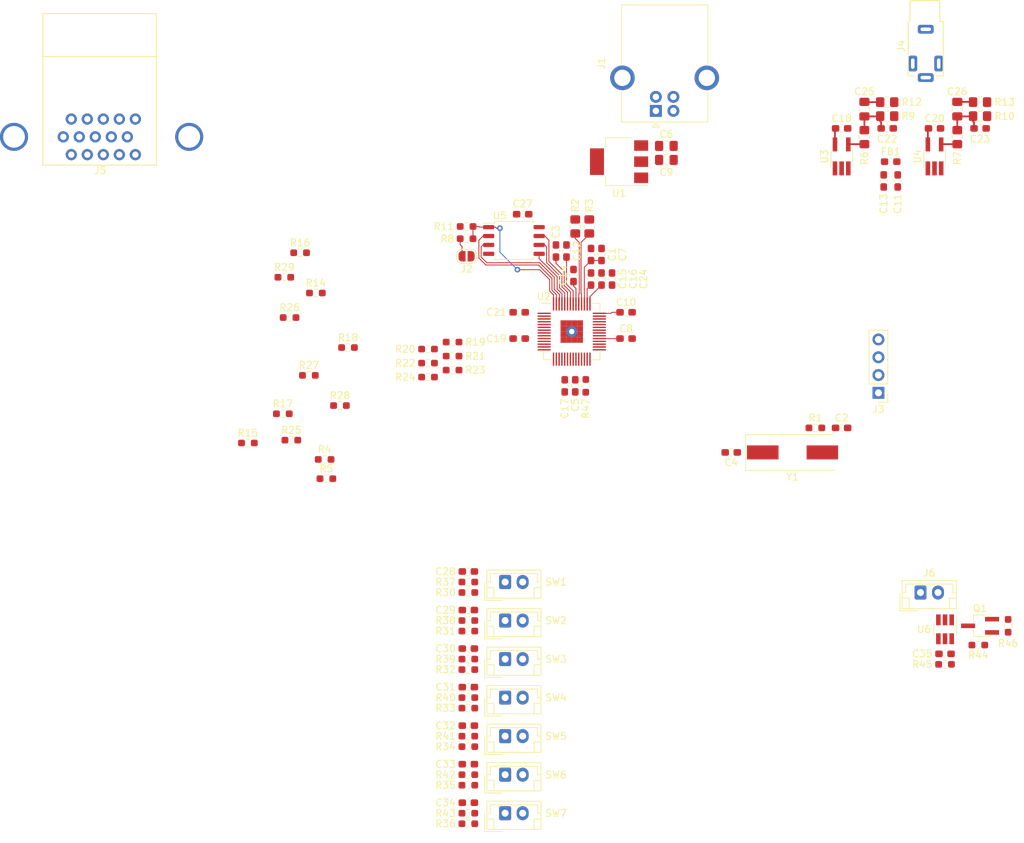
<source format=kicad_pcb>
(kicad_pcb (version 20171130) (host pcbnew "(5.1.9)-1")
  (title_block (title "Electris Arcade Controller") (rev A) (company "Jasper Rubin"))
  (layers (0 F.Cu signal) (31 B.Cu signal) (34 B.Paste user) (35 F.Paste user) (36 B.SilkS user) (37 F.SilkS user) (38 B.Mask user) (39 F.Mask user) (44 Edge.Cuts user))
  (net 0 "")
  (net 1 GND)
  (net 2 "Net-(C2-Pad1)")
  (net 3 /VGA_HSYNC)
  (net 4 /VGA_VSYNC)
  (net 5 /VGA_B)
  (net 6 /VGA_G)
  (net 7 /VGA_R)
  (net 8 "Net-(R4-Pad2)")
  (net 9 "Net-(R5-Pad2)")
  (net 10 /BTN_ML)
  (net 11 /BTN_MR)
  (net 12 /BTN_TL)
  (net 13 /BTN_TR)
  (net 14 /BTN_DS)
  (net 15 /BTN_DH)
  (net 16 /BTN_HL)
  (net 17 +1V1)
  (net 18 "Net-(C4-Pad1)")
  (net 19 "Net-(C6-Pad1)")
  (net 20 +3V3)
  (net 21 +3.3VA)
  (net 22 "Net-(C22-Pad1)")
  (net 23 "Net-(C23-Pad1)")
  (net 24 /AUDIO_L)
  (net 25 /AUDIO_R)
  (net 26 /USB_D-)
  (net 27 /USB_D+)
  (net 28 "Net-(J2-Pad2)")
  (net 29 /SWD_CLK)
  (net 30 /SWD_DATA)
  (net 31 "Net-(J5-Pad12)")
  (net 32 "Net-(J5-Pad11)")
  (net 33 "Net-(J5-Pad15)")
  (net 34 "Net-(J5-Pad9)")
  (net 35 "Net-(J5-Pad4)")
  (net 36 "Net-(R1-Pad1)")
  (net 37 /PWM_BUFF_L)
  (net 38 /PWM_BUFF_R)
  (net 39 /QSPI_CSn)
  (net 40 /RGB_R0)
  (net 41 /RGB_R1)
  (net 42 /RGB_R2)
  (net 43 /RGB_R3)
  (net 44 /RGB_R4)
  (net 45 /RGB_G0)
  (net 46 /RGB_G1)
  (net 47 /RGB_G2)
  (net 48 /RGB_G3)
  (net 49 /RGB_G4)
  (net 50 /RGB_G5)
  (net 51 /RGB_B0)
  (net 52 /RGB_B1)
  (net 53 /RGB_B2)
  (net 54 /RGB_B3)
  (net 55 /RGB_B4)
  (net 56 "Net-(R37-Pad1)")
  (net 57 "Net-(R38-Pad1)")
  (net 58 "Net-(R39-Pad1)")
  (net 59 "Net-(R40-Pad1)")
  (net 60 "Net-(R41-Pad1)")
  (net 61 "Net-(R42-Pad1)")
  (net 62 "Net-(R43-Pad1)")
  (net 63 /PWM_L)
  (net 64 /PWM_R)
  (net 65 "Net-(U2-Pad40)")
  (net 66 "Net-(U2-Pad41)")
  (net 67 /QSPI_SD3)
  (net 68 /QSPI_SCK)
  (net 69 /QSPI_SD0)
  (net 70 /QSPI_SD2)
  (net 71 /QSPI_SD1)
  (net 72 "Net-(U3-Pad1)")
  (net 73 "Net-(U4-Pad1)")
  (net 74 "Net-(J6-Pad2)")
  (net 75 "Net-(Q1-Pad1)")
  (net 76 "Net-(Q1-Pad3)")
  (net 77 /LED_OUT)
  (net 78 "Net-(R45-Pad2)")
  (net 79 "Net-(R47-Pad2)")
  (net 80 /D+)
  (net 81 /D-)
  (module Capacitor_SMD:C_0603_1608Metric_Pad1.08x0.95mm_HandSolder (layer F.Cu) (at 189 64.75 90)
    (fp_text reference C1 (at 0 3 90) (layer F.SilkS))
    (fp_text value 0.1uF)
    (pad 1 smd roundrect (at -0.8625 0 90) (size 1.075 0.95) (layers F.Cu F.Paste F.Mask) (net 17 +1V1))
    (pad 2 smd roundrect (at 0.8625 0 90) (size 1.075 0.95) (layers F.Cu F.Paste F.Mask) (net 1 GND))
  )
  (module Capacitor_SMD:C_0603_1608Metric_Pad1.08x0.95mm_HandSolder (layer F.Cu) (at 224.75 89.5)
    (fp_text reference C2 (at 0 -1.43) (layer F.SilkS))
    (fp_text value 27pF)
    (pad 1 smd roundrect (at -0.8625 0) (size 1.075 0.95) (layers F.Cu F.Paste F.Mask) (net 2 "Net-(C2-Pad1)"))
    (pad 2 smd roundrect (at 0.8625 0) (size 1.075 0.95) (layers F.Cu F.Paste F.Mask) (net 1 GND))
  )
  (module Capacitor_SMD:C_0603_1608Metric_Pad1.08x0.95mm_HandSolder (layer F.Cu) (at 184 64.25 90)
    (fp_text reference C3 (at 2.75 0 90) (layer F.SilkS))
    (fp_text value 0.1uF)
    (pad 1 smd roundrect (at -0.8625 0 90) (size 1.075 0.95) (layers F.Cu F.Paste F.Mask) (net 17 +1V1))
    (pad 2 smd roundrect (at 0.8625 0 90) (size 1.075 0.95) (layers F.Cu F.Paste F.Mask) (net 1 GND))
  )
  (module Capacitor_SMD:C_0603_1608Metric_Pad1.08x0.95mm_HandSolder (layer F.Cu) (at 209 93 180)
    (fp_text reference C4 (at 0 -1.43) (layer F.SilkS))
    (fp_text value 27pF)
    (pad 1 smd roundrect (at -0.8625 0 180) (size 1.075 0.95) (layers F.Cu F.Paste F.Mask) (net 18 "Net-(C4-Pad1)"))
    (pad 2 smd roundrect (at 0.8625 0 180) (size 1.075 0.95) (layers F.Cu F.Paste F.Mask) (net 1 GND))
  )
  (module Capacitor_SMD:C_0603_1608Metric_Pad1.08x0.95mm_HandSolder (layer F.Cu) (at 186.75 83.5 270)
    (fp_text reference C5 (at 2.75 0 90) (layer F.SilkS))
    (fp_text value 0.1uF)
    (pad 2 smd roundrect (at 0.8625 0 270) (size 1.075 0.95) (layers F.Cu F.Paste F.Mask) (net 1 GND))
    (pad 1 smd roundrect (at -0.8625 0 270) (size 1.075 0.95) (layers F.Cu F.Paste F.Mask) (net 17 +1V1))
  )
  (module Capacitor_SMD:C_0805_2012Metric_Pad1.18x1.45mm_HandSolder (layer F.Cu) (at 199.75 49.25)
    (fp_text reference C6 (at 0 -1.68) (layer F.SilkS))
    (fp_text value 10uF)
    (pad 2 smd roundrect (at 1.0375 0) (size 1.175 1.45) (layers F.Cu F.Paste F.Mask) (roundrect_rratio 0.212766) (net 1 GND))
    (pad 1 smd roundrect (at -1.0375 0) (size 1.175 1.45) (layers F.Cu F.Paste F.Mask) (roundrect_rratio 0.212766) (net 19 "Net-(C6-Pad1)"))
  )
  (module Capacitor_SMD:C_0603_1608Metric_Pad1.08x0.95mm_HandSolder (layer F.Cu) (at 190.5 64.75 90)
    (fp_text reference C7 (at 0 3 90) (layer F.SilkS))
    (fp_text value 1uF)
    (pad 2 smd roundrect (at 0.8625 0 90) (size 1.075 0.95) (layers F.Cu F.Paste F.Mask) (net 1 GND))
    (pad 1 smd roundrect (at -0.8625 0 90) (size 1.075 0.95) (layers F.Cu F.Paste F.Mask) (net 17 +1V1))
  )
  (module Capacitor_SMD:C_0603_1608Metric_Pad1.08x0.95mm_HandSolder (layer F.Cu) (at 194 76.75)
    (fp_text reference C8 (at 0 -1.43) (layer F.SilkS))
    (fp_text value 0.1uF)
    (pad 2 smd roundrect (at 0.8625 0) (size 1.075 0.95) (layers F.Cu F.Paste F.Mask) (net 1 GND))
    (pad 1 smd roundrect (at -0.8625 0) (size 1.075 0.95) (layers F.Cu F.Paste F.Mask) (net 20 +3V3))
  )
  (module Capacitor_SMD:C_0805_2012Metric_Pad1.18x1.45mm_HandSolder (layer F.Cu) (at 199.75 51.25)
    (fp_text reference C9 (at 0 1.75) (layer F.SilkS))
    (fp_text value 10uF)
    (pad 1 smd roundrect (at -1.0375 0) (size 1.175 1.45) (layers F.Cu F.Paste F.Mask) (roundrect_rratio 0.212766) (net 20 +3V3))
    (pad 2 smd roundrect (at 1.0375 0) (size 1.175 1.45) (layers F.Cu F.Paste F.Mask) (roundrect_rratio 0.212766) (net 1 GND))
  )
  (module Capacitor_SMD:C_0603_1608Metric_Pad1.08x0.95mm_HandSolder (layer F.Cu) (at 194 73)
    (fp_text reference C10 (at 0 -1.43) (layer F.SilkS))
    (fp_text value 0.1uF)
    (pad 1 smd roundrect (at -0.8625 0) (size 1.075 0.95) (layers F.Cu F.Paste F.Mask) (net 20 +3V3))
    (pad 2 smd roundrect (at 0.8625 0) (size 1.075 0.95) (layers F.Cu F.Paste F.Mask) (net 1 GND))
  )
  (module Capacitor_SMD:C_0603_1608Metric_Pad1.08x0.95mm_HandSolder (layer F.Cu) (at 232.75 54.25 270)
    (fp_text reference C11 (at 3.25 0 90) (layer F.SilkS))
    (fp_text value 0.1uF)
    (pad 1 smd roundrect (at -0.8625 0 270) (size 1.075 0.95) (layers F.Cu F.Paste F.Mask) (net 20 +3V3))
    (pad 2 smd roundrect (at 0.8625 0 270) (size 1.075 0.95) (layers F.Cu F.Paste F.Mask) (net 1 GND))
  )
  (module Capacitor_SMD:C_0603_1608Metric_Pad1.08x0.95mm_HandSolder (layer F.Cu) (at 185.5 64.25 90)
    (fp_text reference C12 (at 0 1.5 90) (layer F.SilkS))
    (fp_text value 0.1uF)
    (pad 2 smd roundrect (at 0.8625 0 90) (size 1.075 0.95) (layers F.Cu F.Paste F.Mask) (net 1 GND))
    (pad 1 smd roundrect (at -0.8625 0 90) (size 1.075 0.95) (layers F.Cu F.Paste F.Mask) (net 20 +3V3))
  )
  (module Capacitor_SMD:C_0603_1608Metric_Pad1.08x0.95mm_HandSolder (layer F.Cu) (at 230.75 54.25 270)
    (fp_text reference C13 (at 3.25 0 90) (layer F.SilkS))
    (fp_text value 0.1uF)
    (pad 2 smd roundrect (at 0.8625 0 270) (size 1.075 0.95) (layers F.Cu F.Paste F.Mask) (net 1 GND))
    (pad 1 smd roundrect (at -0.8625 0 270) (size 1.075 0.95) (layers F.Cu F.Paste F.Mask) (net 21 +3.3VA))
  )
  (module Capacitor_SMD:C_0603_1608Metric_Pad1.08x0.95mm_HandSolder (layer F.Cu) (at 186.5 67.75 90)
    (fp_text reference C14 (at 0 -1.5 90) (layer F.SilkS))
    (fp_text value 0.1uF)
    (pad 1 smd roundrect (at -0.8625 0 90) (size 1.075 0.95) (layers F.Cu F.Paste F.Mask) (net 20 +3V3))
    (pad 2 smd roundrect (at 0.8625 0 90) (size 1.075 0.95) (layers F.Cu F.Paste F.Mask) (net 1 GND))
  )
  (module Capacitor_SMD:C_0603_1608Metric_Pad1.08x0.95mm_HandSolder (layer F.Cu) (at 189 68.25 90)
    (fp_text reference C15 (at 0 4.5 90) (layer F.SilkS))
    (fp_text value 0.1uF)
    (pad 2 smd roundrect (at 0.8625 0 90) (size 1.075 0.95) (layers F.Cu F.Paste F.Mask) (net 1 GND))
    (pad 1 smd roundrect (at -0.8625 0 90) (size 1.075 0.95) (layers F.Cu F.Paste F.Mask) (net 20 +3V3))
  )
  (module Capacitor_SMD:C_0603_1608Metric_Pad1.08x0.95mm_HandSolder (layer F.Cu) (at 190.5 68.25 90)
    (fp_text reference C16 (at 0 4.5 90) (layer F.SilkS))
    (fp_text value 0.1uF)
    (pad 1 smd roundrect (at -0.8625 0 90) (size 1.075 0.95) (layers F.Cu F.Paste F.Mask) (net 20 +3V3))
    (pad 2 smd roundrect (at 0.8625 0 90) (size 1.075 0.95) (layers F.Cu F.Paste F.Mask) (net 1 GND))
  )
  (module Capacitor_SMD:C_0603_1608Metric_Pad1.08x0.95mm_HandSolder (layer F.Cu) (at 185.25 83.5 270)
    (fp_text reference C17 (at 3.25 0 90) (layer F.SilkS))
    (fp_text value 0.1uF)
    (pad 2 smd roundrect (at 0.8625 0 270) (size 1.075 0.95) (layers F.Cu F.Paste F.Mask) (net 1 GND))
    (pad 1 smd roundrect (at -0.8625 0 270) (size 1.075 0.95) (layers F.Cu F.Paste F.Mask) (net 20 +3V3))
  )
  (module Capacitor_SMD:C_0603_1608Metric_Pad1.08x0.95mm_HandSolder (layer F.Cu) (at 224.75 46.75)
    (fp_text reference C18 (at 0 -1.43) (layer F.SilkS))
    (fp_text value 0.1uF)
    (pad 2 smd roundrect (at 0.8625 0) (size 1.075 0.95) (layers F.Cu F.Paste F.Mask) (net 1 GND))
    (pad 1 smd roundrect (at -0.8625 0) (size 1.075 0.95) (layers F.Cu F.Paste F.Mask) (net 21 +3.3VA))
  )
  (module Capacitor_SMD:C_0603_1608Metric_Pad1.08x0.95mm_HandSolder (layer F.Cu) (at 178.75 76.75 180)
    (fp_text reference C19 (at 3.25 0) (layer F.SilkS))
    (fp_text value 0.1uF)
    (pad 1 smd roundrect (at -0.8625 0 180) (size 1.075 0.95) (layers F.Cu F.Paste F.Mask) (net 20 +3V3))
    (pad 2 smd roundrect (at 0.8625 0 180) (size 1.075 0.95) (layers F.Cu F.Paste F.Mask) (net 1 GND))
  )
  (module Capacitor_SMD:C_0603_1608Metric_Pad1.08x0.95mm_HandSolder (layer F.Cu) (at 238 46.75)
    (fp_text reference C20 (at 0 -1.43) (layer F.SilkS))
    (fp_text value 0.1uF)
    (pad 1 smd roundrect (at -0.8625 0) (size 1.075 0.95) (layers F.Cu F.Paste F.Mask) (net 21 +3.3VA))
    (pad 2 smd roundrect (at 0.8625 0) (size 1.075 0.95) (layers F.Cu F.Paste F.Mask) (net 1 GND))
  )
  (module Capacitor_SMD:C_0603_1608Metric_Pad1.08x0.95mm_HandSolder (layer F.Cu) (at 178.75 73 180)
    (fp_text reference C21 (at 3.25 0) (layer F.SilkS))
    (fp_text value 0.1uF)
    (pad 2 smd roundrect (at 0.8625 0 180) (size 1.075 0.95) (layers F.Cu F.Paste F.Mask) (net 1 GND))
    (pad 1 smd roundrect (at -0.8625 0 180) (size 1.075 0.95) (layers F.Cu F.Paste F.Mask) (net 20 +3V3))
  )
  (module Capacitor_SMD:C_0603_1608Metric_Pad1.08x0.95mm_HandSolder (layer F.Cu) (at 231.25 46.75)
    (fp_text reference C22 (at 0 1.5) (layer F.SilkS))
    (fp_text value 0.1uF)
    (pad 1 smd roundrect (at -0.8625 0) (size 1.075 0.95) (layers F.Cu F.Paste F.Mask) (net 22 "Net-(C22-Pad1)"))
    (pad 2 smd roundrect (at 0.8625 0) (size 1.075 0.95) (layers F.Cu F.Paste F.Mask) (net 1 GND))
  )
  (module Capacitor_SMD:C_0603_1608Metric_Pad1.08x0.95mm_HandSolder (layer F.Cu) (at 244.5 46.75)
    (fp_text reference C23 (at 0 1.5) (layer F.SilkS))
    (fp_text value 0.1uF)
    (pad 2 smd roundrect (at 0.8625 0) (size 1.075 0.95) (layers F.Cu F.Paste F.Mask) (net 1 GND))
    (pad 1 smd roundrect (at -0.8625 0) (size 1.075 0.95) (layers F.Cu F.Paste F.Mask) (net 23 "Net-(C23-Pad1)"))
  )
  (module Capacitor_SMD:C_0603_1608Metric_Pad1.08x0.95mm_HandSolder (layer F.Cu) (at 192 68.25 90)
    (fp_text reference C24 (at 0 4.5 90) (layer F.SilkS))
    (fp_text value 1uF)
    (pad 1 smd roundrect (at -0.8625 0 90) (size 1.075 0.95) (layers F.Cu F.Paste F.Mask) (net 20 +3V3))
    (pad 2 smd roundrect (at 0.8625 0 90) (size 1.075 0.95) (layers F.Cu F.Paste F.Mask) (net 1 GND))
  )
  (module Capacitor_SMD:C_0805_2012Metric_Pad1.18x1.45mm_HandSolder (layer F.Cu) (at 228 44 270)
    (fp_text reference C25 (at -2.5 0 180) (layer F.SilkS))
    (fp_text value 47uF)
    (pad 1 smd roundrect (at -1.0375 0 270) (size 1.175 1.45) (layers F.Cu F.Paste F.Mask) (roundrect_rratio 0.212766) (net 24 /AUDIO_L))
    (pad 2 smd roundrect (at 1.0375 0 270) (size 1.175 1.45) (layers F.Cu F.Paste F.Mask) (roundrect_rratio 0.212766) (net 22 "Net-(C22-Pad1)"))
  )
  (module Capacitor_SMD:C_0805_2012Metric_Pad1.18x1.45mm_HandSolder (layer F.Cu) (at 241.25 44 270)
    (fp_text reference C26 (at -2.5 0 180) (layer F.SilkS))
    (fp_text value 47uF)
    (pad 2 smd roundrect (at 1.0375 0 270) (size 1.175 1.45) (layers F.Cu F.Paste F.Mask) (roundrect_rratio 0.212766) (net 23 "Net-(C23-Pad1)"))
    (pad 1 smd roundrect (at -1.0375 0 270) (size 1.175 1.45) (layers F.Cu F.Paste F.Mask) (roundrect_rratio 0.212766) (net 25 /AUDIO_R))
  )
  (module Capacitor_SMD:C_0603_1608Metric_Pad1.08x0.95mm_HandSolder (layer F.Cu) (at 179.25 59 180)
    (fp_text reference C27 (at 0 1.5) (layer F.SilkS))
    (fp_text value 0.1uF)
    (pad 2 smd roundrect (at 0.8625 0 180) (size 1.075 0.95) (layers F.Cu F.Paste F.Mask) (net 1 GND))
    (pad 1 smd roundrect (at -0.8625 0 180) (size 1.075 0.95) (layers F.Cu F.Paste F.Mask) (net 20 +3V3))
  )
  (module Capacitor_SMD:C_0603_1608Metric_Pad1.08x0.95mm_HandSolder (layer F.Cu) (at 171.5 110 180)
    (fp_text reference C28 (at 3.25 0) (layer F.SilkS))
    (fp_text value 0.1uF)
    (pad 2 smd roundrect (at 0.8625 0 180) (size 1.075 0.95) (layers F.Cu F.Paste F.Mask) (net 10 /BTN_ML))
    (pad 1 smd roundrect (at -0.8625 0 180) (size 1.075 0.95) (layers F.Cu F.Paste F.Mask) (net 1 GND))
  )
  (module Capacitor_SMD:C_0603_1608Metric_Pad1.08x0.95mm_HandSolder (layer F.Cu) (at 171.5 115.5 180)
    (fp_text reference C29 (at 3.25 0) (layer F.SilkS))
    (fp_text value 0.1uF)
    (pad 2 smd roundrect (at 0.8625 0 180) (size 1.075 0.95) (layers F.Cu F.Paste F.Mask) (net 11 /BTN_MR))
    (pad 1 smd roundrect (at -0.8625 0 180) (size 1.075 0.95) (layers F.Cu F.Paste F.Mask) (net 1 GND))
  )
  (module Capacitor_SMD:C_0603_1608Metric_Pad1.08x0.95mm_HandSolder (layer F.Cu) (at 171.5 121 180)
    (fp_text reference C30 (at 3.25 0) (layer F.SilkS))
    (fp_text value 0.1uF)
    (pad 1 smd roundrect (at -0.8625 0 180) (size 1.075 0.95) (layers F.Cu F.Paste F.Mask) (net 1 GND))
    (pad 2 smd roundrect (at 0.8625 0 180) (size 1.075 0.95) (layers F.Cu F.Paste F.Mask) (net 12 /BTN_TL))
  )
  (module Capacitor_SMD:C_0603_1608Metric_Pad1.08x0.95mm_HandSolder (layer F.Cu) (at 171.5 126.5 180)
    (fp_text reference C31 (at 3.25 0) (layer F.SilkS))
    (fp_text value 0.1uF)
    (pad 2 smd roundrect (at 0.8625 0 180) (size 1.075 0.95) (layers F.Cu F.Paste F.Mask) (net 13 /BTN_TR))
    (pad 1 smd roundrect (at -0.8625 0 180) (size 1.075 0.95) (layers F.Cu F.Paste F.Mask) (net 1 GND))
  )
  (module Capacitor_SMD:C_0603_1608Metric_Pad1.08x0.95mm_HandSolder (layer F.Cu) (at 171.5 132 180)
    (fp_text reference C32 (at 3.25 0) (layer F.SilkS))
    (fp_text value 0.1uF)
    (pad 1 smd roundrect (at -0.8625 0 180) (size 1.075 0.95) (layers F.Cu F.Paste F.Mask) (net 1 GND))
    (pad 2 smd roundrect (at 0.8625 0 180) (size 1.075 0.95) (layers F.Cu F.Paste F.Mask) (net 14 /BTN_DS))
  )
  (module Capacitor_SMD:C_0603_1608Metric_Pad1.08x0.95mm_HandSolder (layer F.Cu) (at 171.5 137.5 180)
    (fp_text reference C33 (at 3.25 0) (layer F.SilkS))
    (fp_text value 0.1uF)
    (pad 2 smd roundrect (at 0.8625 0 180) (size 1.075 0.95) (layers F.Cu F.Paste F.Mask) (net 15 /BTN_DH))
    (pad 1 smd roundrect (at -0.8625 0 180) (size 1.075 0.95) (layers F.Cu F.Paste F.Mask) (net 1 GND))
  )
  (module Capacitor_SMD:C_0603_1608Metric_Pad1.08x0.95mm_HandSolder (layer F.Cu) (at 171.5 143 180)
    (fp_text reference C34 (at 3.25 0) (layer F.SilkS))
    (fp_text value 0.1uF)
    (pad 1 smd roundrect (at -0.8625 0 180) (size 1.075 0.95) (layers F.Cu F.Paste F.Mask) (net 1 GND))
    (pad 2 smd roundrect (at 0.8625 0 180) (size 1.075 0.95) (layers F.Cu F.Paste F.Mask) (net 16 /BTN_HL))
  )
  (module Inductor_SMD:L_0603_1608Metric_Pad1.05x0.95mm_HandSolder (layer F.Cu) (at 231.75 51.5)
    (fp_text reference FB1 (at 0 -1.43) (layer F.SilkS))
    (fp_text value FERRITE)
    (pad 1 smd roundrect (at -0.875 0) (size 1.05 0.95) (layers F.Cu F.Paste F.Mask) (net 21 +3.3VA))
    (pad 2 smd roundrect (at 0.875 0) (size 1.05 0.95) (layers F.Cu F.Paste F.Mask) (net 20 +3V3))
  )
  (module Connector_USB:USB_B_OST_USB-B1HSxx_Horizontal (layer F.Cu) (at 198.25 44.25 90)
    (fp_text reference J1 (at 6.76 -7.77 90) (layer F.SilkS))
    (fp_text value USB)
    (pad 1 thru_hole rect (at 0 0 90) (size 1.7 1.7) (drill 0.92) (layers *.Cu *.Mask) (net 19 "Net-(C6-Pad1)"))
    (pad 2 thru_hole circle (at 0 2.5 90) (size 1.7 1.7) (drill 0.92) (layers *.Cu *.Mask) (net 26 /USB_D-))
    (pad 3 thru_hole circle (at 2 2.5 90) (size 1.7 1.7) (drill 0.92) (layers *.Cu *.Mask) (net 27 /USB_D+))
    (pad 4 thru_hole circle (at 2 0 90) (size 1.7 1.7) (drill 0.92) (layers *.Cu *.Mask) (net 1 GND))
    (pad 5 thru_hole circle (at 4.71 -4.77 90) (size 3.5 3.5) (drill 2.33) (layers *.Cu *.Mask) (net 1 GND))
    (pad 5 thru_hole circle (at 4.71 7.27 90) (size 3.5 3.5) (drill 2.33) (layers *.Cu *.Mask) (net 1 GND))
  )
  (module Jumper:SolderJumper-2_P1.3mm_Open_RoundedPad1.0x1.5mm (layer F.Cu) (at 171.25 65 180)
    (fp_text reference J2 (at 0 -1.8) (layer F.SilkS))
    (fp_text value USB_BOOT)
    (pad 1 smd custom (at -0.65 0 180) (size 1 0.5) (layers F.Cu F.Mask) (net 1 GND) (options (clearance outline) (anchor rect)) (primitives (gr_circle (center 0 0.25) (end 0.5 0.25) (width 0)) (gr_circle (center 0 -0.25) (end 0.5 -0.25) (width 0)) (gr_poly (pts (xy 0 -0.75) (xy 0.5 -0.75) (xy 0.5 0.75) (xy 0 0.75)) (width 0))))
    (pad 2 smd custom (at 0.65 0 180) (size 1 0.5) (layers F.Cu F.Mask) (net 28 "Net-(J2-Pad2)") (options (clearance outline) (anchor rect)) (primitives (gr_circle (center 0 0.25) (end 0.5 0.25) (width 0)) (gr_circle (center 0 -0.25) (end 0.5 -0.25) (width 0)) (gr_poly (pts (xy 0 -0.75) (xy -0.5 -0.75) (xy -0.5 0.75) (xy 0 0.75)) (width 0))))
  )
  (module Connector_PinHeader_2.54mm:PinHeader_1x04_P2.54mm_Vertical (layer F.Cu) (at 230 84.5 180)
    (fp_text reference J3 (at 0 -2.33) (layer F.SilkS))
    (fp_text value SWD)
    (pad 1 thru_hole rect (at 0 0 180) (size 1.7 1.7) (drill 1) (layers *.Cu *.Mask) (net 1 GND))
    (pad 2 thru_hole oval (at 0 2.54 180) (size 1.7 1.7) (drill 1) (layers *.Cu *.Mask) (net 29 /SWD_CLK))
    (pad 3 thru_hole oval (at 0 5.08 180) (size 1.7 1.7) (drill 1) (layers *.Cu *.Mask) (net 30 /SWD_DATA))
    (pad 4 thru_hole oval (at 0 7.62 180) (size 1.7 1.7) (drill 1) (layers *.Cu *.Mask) (net 20 +3V3))
  )
  (module jlib:Connector_CUI_SJ1-2503A (layer F.Cu) (at 236.75 31.5 270)
    (fp_text reference J4 (at 3.5 3.5 90) (layer F.SilkS))
    (fp_text value AUDIO)
    (pad S thru_hole roundrect (at 1.1 0) (size 2.25 1.25) (drill oval 1.5 0.5) (layers *.Cu *.Mask) (net 1 GND))
    (pad T thru_hole roundrect (at 6 1.85 270) (size 2.25 1.25) (drill oval 1.5 0.5) (layers *.Cu *.Mask) (net 24 /AUDIO_L))
    (pad T thru_hole roundrect (at 6 -1.85 270) (size 2.25 1.25) (drill oval 1.5 0.5) (layers *.Cu *.Mask) (net 24 /AUDIO_L))
    (pad R thru_hole roundrect (at 8 0) (size 2.25 1.25) (drill oval 1.5 0.5) (layers *.Cu *.Mask) (net 25 /AUDIO_R))
    (pad "" np_thru_hole circle (at 3.5 0) (size 1.2 1.2) (drill 1.2) (layers *.Cu *.Mask))
  )
  (module jlib:Connector_Amphenol_ICD15S13E4GX00LF (layer F.Cu) (at 124 50.5 180)
    (fp_text reference J5 (at 5 -2.25) (layer F.SilkS))
    (fp_text value VGA)
    (pad "" np_thru_hole circle (at 17.31 2.54 180) (size 4 4) (drill 3.1) (layers *.Cu *.Mask))
    (pad "" np_thru_hole circle (at -7.68 2.54 180) (size 4 4) (drill 3.1) (layers *.Cu *.Mask))
    (pad 12 thru_hole circle (at 2.285 5.08 180) (size 1.6 1.6) (drill 0.9) (layers *.Cu *.Mask) (net 31 "Net-(J5-Pad12)"))
    (pad 13 thru_hole circle (at 4.57 5.08 180) (size 1.6 1.6) (drill 0.9) (layers *.Cu *.Mask) (net 3 /VGA_HSYNC))
    (pad 11 thru_hole circle (at 0 5.08 180) (size 1.6 1.6) (drill 0.9) (layers *.Cu *.Mask) (net 32 "Net-(J5-Pad11)"))
    (pad 15 thru_hole circle (at 9.14 5.08 180) (size 1.6 1.6) (drill 0.9) (layers *.Cu *.Mask) (net 33 "Net-(J5-Pad15)"))
    (pad 14 thru_hole circle (at 6.855 5.08 180) (size 1.6 1.6) (drill 0.9) (layers *.Cu *.Mask) (net 4 /VGA_VSYNC))
    (pad 7 thru_hole circle (at 3.4275 2.54 180) (size 1.6 1.6) (drill 0.9) (layers *.Cu *.Mask) (net 1 GND))
    (pad 8 thru_hole circle (at 5.7125 2.54 180) (size 1.6 1.6) (drill 0.9) (layers *.Cu *.Mask) (net 1 GND))
    (pad 6 thru_hole circle (at 1.1425 2.54 180) (size 1.6 1.6) (drill 0.9) (layers *.Cu *.Mask) (net 1 GND))
    (pad 10 thru_hole circle (at 10.2825 2.54 180) (size 1.6 1.6) (drill 0.9) (layers *.Cu *.Mask) (net 1 GND))
    (pad 9 thru_hole circle (at 7.9975 2.54 180) (size 1.6 1.6) (drill 0.9) (layers *.Cu *.Mask) (net 34 "Net-(J5-Pad9)"))
    (pad 5 thru_hole circle (at 9.14 0 180) (size 1.6 1.6) (drill 0.9) (layers *.Cu *.Mask) (net 1 GND))
    (pad 4 thru_hole circle (at 6.855 0 180) (size 1.6 1.6) (drill 0.9) (layers *.Cu *.Mask) (net 35 "Net-(J5-Pad4)"))
    (pad 3 thru_hole circle (at 4.57 0 180) (size 1.6 1.6) (drill 0.9) (layers *.Cu *.Mask) (net 5 /VGA_B))
    (pad 2 thru_hole circle (at 2.285 0 180) (size 1.6 1.6) (drill 0.9) (layers *.Cu *.Mask) (net 6 /VGA_G))
    (pad 1 thru_hole circle (at 0 0 180) (size 1.6 1.6) (drill 0.9) (layers *.Cu *.Mask) (net 7 /VGA_R))
  )
  (module Resistor_SMD:R_0603_1608Metric_Pad0.98x0.95mm_HandSolder (layer F.Cu) (at 221 89.5)
    (fp_text reference R1 (at 0 -1.43) (layer F.SilkS))
    (fp_text value 1K)
    (pad 1 smd roundrect (at -0.9125 0) (size 0.975 0.95) (layers F.Cu F.Paste F.Mask) (net 36 "Net-(R1-Pad1)"))
    (pad 2 smd roundrect (at 0.9125 0) (size 0.975 0.95) (layers F.Cu F.Paste F.Mask) (net 2 "Net-(C2-Pad1)"))
  )
  (module Resistor_SMD:R_0805_2012Metric_Pad1.20x1.40mm_HandSolder (layer F.Cu) (at 186.75 60.75 90)
    (fp_text reference R2 (at 3 0 90) (layer F.SilkS))
    (fp_text value 27K)
    (pad 1 smd roundrect (at -1 0 90) (size 1.2 1.4) (layers F.Cu F.Paste F.Mask) (roundrect_rratio 0.208333) (net 80 /D+))
    (pad 2 smd roundrect (at 1 0 90) (size 1.2 1.4) (layers F.Cu F.Paste F.Mask) (roundrect_rratio 0.208333) (net 27 /USB_D+))
  )
  (module Resistor_SMD:R_0805_2012Metric_Pad1.20x1.40mm_HandSolder (layer F.Cu) (at 188.75 60.75 90)
    (fp_text reference R3 (at 3 0 90) (layer F.SilkS))
    (fp_text value 27K)
    (pad 2 smd roundrect (at 1 0 90) (size 1.2 1.4) (layers F.Cu F.Paste F.Mask) (roundrect_rratio 0.208333) (net 26 /USB_D-))
    (pad 1 smd roundrect (at -1 0 90) (size 1.2 1.4) (layers F.Cu F.Paste F.Mask) (roundrect_rratio 0.208333) (net 81 /D-))
  )
  (module Resistor_SMD:R_0603_1608Metric_Pad0.98x0.95mm_HandSolder (layer F.Cu) (at 151 94)
    (fp_text reference R4 (at 0 -1.43) (layer F.SilkS))
    (fp_text value 47)
    (pad 2 smd roundrect (at 0.9125 0) (size 0.975 0.95) (layers F.Cu F.Paste F.Mask) (net 8 "Net-(R4-Pad2)"))
    (pad 1 smd roundrect (at -0.9125 0) (size 0.975 0.95) (layers F.Cu F.Paste F.Mask) (net 3 /VGA_HSYNC))
  )
  (module Resistor_SMD:R_0603_1608Metric_Pad0.98x0.95mm_HandSolder (layer F.Cu) (at 151.25 96.75)
    (fp_text reference R5 (at 0 -1.43) (layer F.SilkS))
    (fp_text value 47)
    (pad 1 smd roundrect (at -0.9125 0) (size 0.975 0.95) (layers F.Cu F.Paste F.Mask) (net 4 /VGA_VSYNC))
    (pad 2 smd roundrect (at 0.9125 0) (size 0.975 0.95) (layers F.Cu F.Paste F.Mask) (net 9 "Net-(R5-Pad2)"))
  )
  (module Resistor_SMD:R_0805_2012Metric_Pad1.20x1.40mm_HandSolder (layer F.Cu) (at 228 48 270)
    (fp_text reference R6 (at 3 0 90) (layer F.SilkS))
    (fp_text value 220)
    (pad 2 smd roundrect (at 1 0 270) (size 1.2 1.4) (layers F.Cu F.Paste F.Mask) (roundrect_rratio 0.208333) (net 37 /PWM_BUFF_L))
    (pad 1 smd roundrect (at -1 0 270) (size 1.2 1.4) (layers F.Cu F.Paste F.Mask) (roundrect_rratio 0.208333) (net 22 "Net-(C22-Pad1)"))
  )
  (module Resistor_SMD:R_0805_2012Metric_Pad1.20x1.40mm_HandSolder (layer F.Cu) (at 241.25 48 270)
    (fp_text reference R7 (at 3 0 90) (layer F.SilkS))
    (fp_text value 220)
    (pad 1 smd roundrect (at -1 0 270) (size 1.2 1.4) (layers F.Cu F.Paste F.Mask) (roundrect_rratio 0.208333) (net 23 "Net-(C23-Pad1)"))
    (pad 2 smd roundrect (at 1 0 270) (size 1.2 1.4) (layers F.Cu F.Paste F.Mask) (roundrect_rratio 0.208333) (net 38 /PWM_BUFF_R))
  )
  (module Resistor_SMD:R_0603_1608Metric_Pad0.98x0.95mm_HandSolder (layer F.Cu) (at 171.25 62.5 180)
    (fp_text reference R8 (at 2.75 0) (layer F.SilkS))
    (fp_text value 1K)
    (pad 1 smd roundrect (at -0.9125 0 180) (size 0.975 0.95) (layers F.Cu F.Paste F.Mask) (net 39 /QSPI_CSn))
    (pad 2 smd roundrect (at 0.9125 0 180) (size 0.975 0.95) (layers F.Cu F.Paste F.Mask) (net 28 "Net-(J2-Pad2)"))
  )
  (module Resistor_SMD:R_0805_2012Metric_Pad1.20x1.40mm_HandSolder (layer F.Cu) (at 231.25 45)
    (fp_text reference R9 (at 3 0) (layer F.SilkS))
    (fp_text value 100)
    (pad 1 smd roundrect (at -1 0) (size 1.2 1.4) (layers F.Cu F.Paste F.Mask) (roundrect_rratio 0.208333) (net 22 "Net-(C22-Pad1)"))
    (pad 2 smd roundrect (at 1 0) (size 1.2 1.4) (layers F.Cu F.Paste F.Mask) (roundrect_rratio 0.208333) (net 1 GND))
  )
  (module Resistor_SMD:R_0805_2012Metric_Pad1.20x1.40mm_HandSolder (layer F.Cu) (at 244.5 45)
    (fp_text reference R10 (at 3.5 0) (layer F.SilkS))
    (fp_text value 100)
    (pad 2 smd roundrect (at 1 0) (size 1.2 1.4) (layers F.Cu F.Paste F.Mask) (roundrect_rratio 0.208333) (net 1 GND))
    (pad 1 smd roundrect (at -1 0) (size 1.2 1.4) (layers F.Cu F.Paste F.Mask) (roundrect_rratio 0.208333) (net 23 "Net-(C23-Pad1)"))
  )
  (module Resistor_SMD:R_0603_1608Metric_Pad0.98x0.95mm_HandSolder (layer F.Cu) (at 171.25 60.75)
    (fp_text reference R11 (at -3.25 0) (layer F.SilkS))
    (fp_text value DNP)
    (pad 2 smd roundrect (at 0.9125 0) (size 0.975 0.95) (layers F.Cu F.Paste F.Mask) (net 39 /QSPI_CSn))
    (pad 1 smd roundrect (at -0.9125 0) (size 0.975 0.95) (layers F.Cu F.Paste F.Mask) (net 20 +3V3))
  )
  (module Resistor_SMD:R_0805_2012Metric_Pad1.20x1.40mm_HandSolder (layer F.Cu) (at 231.25 43)
    (fp_text reference R12 (at 3.5 0) (layer F.SilkS))
    (fp_text value 1.8K)
    (pad 2 smd roundrect (at 1 0) (size 1.2 1.4) (layers F.Cu F.Paste F.Mask) (roundrect_rratio 0.208333) (net 1 GND))
    (pad 1 smd roundrect (at -1 0) (size 1.2 1.4) (layers F.Cu F.Paste F.Mask) (roundrect_rratio 0.208333) (net 24 /AUDIO_L))
  )
  (module Resistor_SMD:R_0805_2012Metric_Pad1.20x1.40mm_HandSolder (layer F.Cu) (at 244.5 43)
    (fp_text reference R13 (at 3.5 0) (layer F.SilkS))
    (fp_text value 1.8K)
    (pad 1 smd roundrect (at -1 0) (size 1.2 1.4) (layers F.Cu F.Paste F.Mask) (roundrect_rratio 0.208333) (net 25 /AUDIO_R))
    (pad 2 smd roundrect (at 1 0) (size 1.2 1.4) (layers F.Cu F.Paste F.Mask) (roundrect_rratio 0.208333) (net 1 GND))
  )
  (module Resistor_SMD:R_0603_1608Metric_Pad0.98x0.95mm_HandSolder (layer F.Cu) (at 149.75 70.25)
    (fp_text reference R14 (at 0 -1.43) (layer F.SilkS))
    (fp_text value 499)
    (pad 1 smd roundrect (at -0.9125 0) (size 0.975 0.95) (layers F.Cu F.Paste F.Mask) (net 7 /VGA_R))
    (pad 2 smd roundrect (at 0.9125 0) (size 0.975 0.95) (layers F.Cu F.Paste F.Mask) (net 40 /RGB_R0))
  )
  (module Resistor_SMD:R_0603_1608Metric_Pad0.98x0.95mm_HandSolder (layer F.Cu) (at 140.055001 91.655001)
    (fp_text reference R15 (at 0 -1.43) (layer F.SilkS))
    (fp_text value 1K)
    (pad 1 smd roundrect (at -0.9125 0) (size 0.975 0.95) (layers F.Cu F.Paste F.Mask) (net 7 /VGA_R))
    (pad 2 smd roundrect (at 0.9125 0) (size 0.975 0.95) (layers F.Cu F.Paste F.Mask) (net 41 /RGB_R1))
  )
  (module Resistor_SMD:R_0603_1608Metric_Pad0.98x0.95mm_HandSolder (layer F.Cu) (at 147.5 64.5)
    (fp_text reference R16 (at 0 -1.43) (layer F.SilkS))
    (fp_text value 2K)
    (pad 2 smd roundrect (at 0.9125 0) (size 0.975 0.95) (layers F.Cu F.Paste F.Mask) (net 42 /RGB_R2))
    (pad 1 smd roundrect (at -0.9125 0) (size 0.975 0.95) (layers F.Cu F.Paste F.Mask) (net 7 /VGA_R))
  )
  (module Resistor_SMD:R_0603_1608Metric_Pad0.98x0.95mm_HandSolder (layer F.Cu) (at 145.035001 87.485001)
    (fp_text reference R17 (at 0 -1.43) (layer F.SilkS))
    (fp_text value 4.02K)
    (pad 1 smd roundrect (at -0.9125 0) (size 0.975 0.95) (layers F.Cu F.Paste F.Mask) (net 7 /VGA_R))
    (pad 2 smd roundrect (at 0.9125 0) (size 0.975 0.95) (layers F.Cu F.Paste F.Mask) (net 43 /RGB_R3))
  )
  (module Resistor_SMD:R_0603_1608Metric_Pad0.98x0.95mm_HandSolder (layer F.Cu) (at 154.335001 78.035001)
    (fp_text reference R18 (at 0 -1.43) (layer F.SilkS))
    (fp_text value 8.06K)
    (pad 2 smd roundrect (at 0.9125 0) (size 0.975 0.95) (layers F.Cu F.Paste F.Mask) (net 44 /RGB_R4))
    (pad 1 smd roundrect (at -0.9125 0) (size 0.975 0.95) (layers F.Cu F.Paste F.Mask) (net 7 /VGA_R))
  )
  (module Resistor_SMD:R_0603_1608Metric_Pad0.98x0.95mm_HandSolder (layer F.Cu) (at 169.25 77.25)
    (fp_text reference R19 (at 3.25 0) (layer F.SilkS))
    (fp_text value 499)
    (pad 1 smd roundrect (at -0.9125 0) (size 0.975 0.95) (layers F.Cu F.Paste F.Mask) (net 6 /VGA_G))
    (pad 2 smd roundrect (at 0.9125 0) (size 0.975 0.95) (layers F.Cu F.Paste F.Mask) (net 45 /RGB_G0))
  )
  (module Resistor_SMD:R_0603_1608Metric_Pad0.98x0.95mm_HandSolder (layer F.Cu) (at 165.75 78.25)
    (fp_text reference R20 (at -3.25 0) (layer F.SilkS))
    (fp_text value 1K)
    (pad 2 smd roundrect (at 0.9125 0) (size 0.975 0.95) (layers F.Cu F.Paste F.Mask) (net 46 /RGB_G1))
    (pad 1 smd roundrect (at -0.9125 0) (size 0.975 0.95) (layers F.Cu F.Paste F.Mask) (net 6 /VGA_G))
  )
  (module Resistor_SMD:R_0603_1608Metric_Pad0.98x0.95mm_HandSolder (layer F.Cu) (at 169.25 79.25)
    (fp_text reference R21 (at 3.25 0) (layer F.SilkS))
    (fp_text value 2K)
    (pad 1 smd roundrect (at -0.9125 0) (size 0.975 0.95) (layers F.Cu F.Paste F.Mask) (net 6 /VGA_G))
    (pad 2 smd roundrect (at 0.9125 0) (size 0.975 0.95) (layers F.Cu F.Paste F.Mask) (net 47 /RGB_G2))
  )
  (module Resistor_SMD:R_0603_1608Metric_Pad0.98x0.95mm_HandSolder (layer F.Cu) (at 165.75 80.25)
    (fp_text reference R22 (at -3.25 0) (layer F.SilkS))
    (fp_text value 4.02K)
    (pad 2 smd roundrect (at 0.9125 0) (size 0.975 0.95) (layers F.Cu F.Paste F.Mask) (net 48 /RGB_G3))
    (pad 1 smd roundrect (at -0.9125 0) (size 0.975 0.95) (layers F.Cu F.Paste F.Mask) (net 6 /VGA_G))
  )
  (module Resistor_SMD:R_0603_1608Metric_Pad0.98x0.95mm_HandSolder (layer F.Cu) (at 169.25 81.25)
    (fp_text reference R23 (at 3.25 0) (layer F.SilkS))
    (fp_text value 8.06K)
    (pad 1 smd roundrect (at -0.9125 0) (size 0.975 0.95) (layers F.Cu F.Paste F.Mask) (net 6 /VGA_G))
    (pad 2 smd roundrect (at 0.9125 0) (size 0.975 0.95) (layers F.Cu F.Paste F.Mask) (net 49 /RGB_G4))
  )
  (module Resistor_SMD:R_0603_1608Metric_Pad0.98x0.95mm_HandSolder (layer F.Cu) (at 165.75 82.25)
    (fp_text reference R24 (at -3.25 0) (layer F.SilkS))
    (fp_text value 16K)
    (pad 2 smd roundrect (at 0.9125 0) (size 0.975 0.95) (layers F.Cu F.Paste F.Mask) (net 50 /RGB_G5))
    (pad 1 smd roundrect (at -0.9125 0) (size 0.975 0.95) (layers F.Cu F.Paste F.Mask) (net 6 /VGA_G))
  )
  (module Resistor_SMD:R_0603_1608Metric_Pad0.98x0.95mm_HandSolder (layer F.Cu) (at 146.25 91.25)
    (fp_text reference R25 (at 0 -1.43) (layer F.SilkS))
    (fp_text value 499)
    (pad 1 smd roundrect (at -0.9125 0) (size 0.975 0.95) (layers F.Cu F.Paste F.Mask) (net 5 /VGA_B))
    (pad 2 smd roundrect (at 0.9125 0) (size 0.975 0.95) (layers F.Cu F.Paste F.Mask) (net 51 /RGB_B0))
  )
  (module Resistor_SMD:R_0603_1608Metric_Pad0.98x0.95mm_HandSolder (layer F.Cu) (at 146 73.75)
    (fp_text reference R26 (at 0 -1.43) (layer F.SilkS))
    (fp_text value 1K)
    (pad 2 smd roundrect (at 0.9125 0) (size 0.975 0.95) (layers F.Cu F.Paste F.Mask) (net 52 /RGB_B1))
    (pad 1 smd roundrect (at -0.9125 0) (size 0.975 0.95) (layers F.Cu F.Paste F.Mask) (net 5 /VGA_B))
  )
  (module Resistor_SMD:R_0603_1608Metric_Pad0.98x0.95mm_HandSolder (layer F.Cu) (at 148.75 82)
    (fp_text reference R27 (at 0 -1.43) (layer F.SilkS))
    (fp_text value 2K)
    (pad 1 smd roundrect (at -0.9125 0) (size 0.975 0.95) (layers F.Cu F.Paste F.Mask) (net 5 /VGA_B))
    (pad 2 smd roundrect (at 0.9125 0) (size 0.975 0.95) (layers F.Cu F.Paste F.Mask) (net 53 /RGB_B2))
  )
  (module Resistor_SMD:R_0603_1608Metric_Pad0.98x0.95mm_HandSolder (layer F.Cu) (at 153.185001 86.315001)
    (fp_text reference R28 (at 0 -1.43) (layer F.SilkS))
    (fp_text value 4.02K)
    (pad 2 smd roundrect (at 0.9125 0) (size 0.975 0.95) (layers F.Cu F.Paste F.Mask) (net 54 /RGB_B3))
    (pad 1 smd roundrect (at -0.9125 0) (size 0.975 0.95) (layers F.Cu F.Paste F.Mask) (net 5 /VGA_B))
  )
  (module Resistor_SMD:R_0603_1608Metric_Pad0.98x0.95mm_HandSolder (layer F.Cu) (at 145.25 68)
    (fp_text reference R29 (at 0 -1.43) (layer F.SilkS))
    (fp_text value 8.06K)
    (pad 1 smd roundrect (at -0.9125 0) (size 0.975 0.95) (layers F.Cu F.Paste F.Mask) (net 5 /VGA_B))
    (pad 2 smd roundrect (at 0.9125 0) (size 0.975 0.95) (layers F.Cu F.Paste F.Mask) (net 55 /RGB_B4))
  )
  (module Resistor_SMD:R_0603_1608Metric_Pad0.98x0.95mm_HandSolder (layer F.Cu) (at 171.5 113)
    (fp_text reference R30 (at -3.25 0) (layer F.SilkS))
    (fp_text value 10K)
    (pad 2 smd roundrect (at 0.9125 0) (size 0.975 0.95) (layers F.Cu F.Paste F.Mask) (net 20 +3V3))
    (pad 1 smd roundrect (at -0.9125 0) (size 0.975 0.95) (layers F.Cu F.Paste F.Mask) (net 10 /BTN_ML))
  )
  (module Resistor_SMD:R_0603_1608Metric_Pad0.98x0.95mm_HandSolder (layer F.Cu) (at 171.5 118.5)
    (fp_text reference R31 (at -3.25 0) (layer F.SilkS))
    (fp_text value 10K)
    (pad 2 smd roundrect (at 0.9125 0) (size 0.975 0.95) (layers F.Cu F.Paste F.Mask) (net 20 +3V3))
    (pad 1 smd roundrect (at -0.9125 0) (size 0.975 0.95) (layers F.Cu F.Paste F.Mask) (net 11 /BTN_MR))
  )
  (module Resistor_SMD:R_0603_1608Metric_Pad0.98x0.95mm_HandSolder (layer F.Cu) (at 171.5 124)
    (fp_text reference R32 (at -3.25 0) (layer F.SilkS))
    (fp_text value 10K)
    (pad 2 smd roundrect (at 0.9125 0) (size 0.975 0.95) (layers F.Cu F.Paste F.Mask) (net 20 +3V3))
    (pad 1 smd roundrect (at -0.9125 0) (size 0.975 0.95) (layers F.Cu F.Paste F.Mask) (net 12 /BTN_TL))
  )
  (module Resistor_SMD:R_0603_1608Metric_Pad0.98x0.95mm_HandSolder (layer F.Cu) (at 171.5 129.5)
    (fp_text reference R33 (at -3.25 0) (layer F.SilkS))
    (fp_text value 10K)
    (pad 1 smd roundrect (at -0.9125 0) (size 0.975 0.95) (layers F.Cu F.Paste F.Mask) (net 13 /BTN_TR))
    (pad 2 smd roundrect (at 0.9125 0) (size 0.975 0.95) (layers F.Cu F.Paste F.Mask) (net 20 +3V3))
  )
  (module Resistor_SMD:R_0603_1608Metric_Pad0.98x0.95mm_HandSolder (layer F.Cu) (at 171.5 135)
    (fp_text reference R34 (at -3.25 0) (layer F.SilkS))
    (fp_text value 10K)
    (pad 2 smd roundrect (at 0.9125 0) (size 0.975 0.95) (layers F.Cu F.Paste F.Mask) (net 20 +3V3))
    (pad 1 smd roundrect (at -0.9125 0) (size 0.975 0.95) (layers F.Cu F.Paste F.Mask) (net 14 /BTN_DS))
  )
  (module Resistor_SMD:R_0603_1608Metric_Pad0.98x0.95mm_HandSolder (layer F.Cu) (at 171.5 140.5)
    (fp_text reference R35 (at -3.25 0) (layer F.SilkS))
    (fp_text value 10K)
    (pad 1 smd roundrect (at -0.9125 0) (size 0.975 0.95) (layers F.Cu F.Paste F.Mask) (net 15 /BTN_DH))
    (pad 2 smd roundrect (at 0.9125 0) (size 0.975 0.95) (layers F.Cu F.Paste F.Mask) (net 20 +3V3))
  )
  (module Resistor_SMD:R_0603_1608Metric_Pad0.98x0.95mm_HandSolder (layer F.Cu) (at 171.5 146)
    (fp_text reference R36 (at -3.25 0) (layer F.SilkS))
    (fp_text value 10K)
    (pad 1 smd roundrect (at -0.9125 0) (size 0.975 0.95) (layers F.Cu F.Paste F.Mask) (net 16 /BTN_HL))
    (pad 2 smd roundrect (at 0.9125 0) (size 0.975 0.95) (layers F.Cu F.Paste F.Mask) (net 20 +3V3))
  )
  (module Resistor_SMD:R_0603_1608Metric_Pad0.98x0.95mm_HandSolder (layer F.Cu) (at 171.5 111.5 180)
    (fp_text reference R37 (at 3.25 0) (layer F.SilkS))
    (fp_text value 1K)
    (pad 2 smd roundrect (at 0.9125 0 180) (size 0.975 0.95) (layers F.Cu F.Paste F.Mask) (net 10 /BTN_ML))
    (pad 1 smd roundrect (at -0.9125 0 180) (size 0.975 0.95) (layers F.Cu F.Paste F.Mask) (net 56 "Net-(R37-Pad1)"))
  )
  (module Resistor_SMD:R_0603_1608Metric_Pad0.98x0.95mm_HandSolder (layer F.Cu) (at 171.5 117 180)
    (fp_text reference R38 (at 3.25 0) (layer F.SilkS))
    (fp_text value 1K)
    (pad 1 smd roundrect (at -0.9125 0 180) (size 0.975 0.95) (layers F.Cu F.Paste F.Mask) (net 57 "Net-(R38-Pad1)"))
    (pad 2 smd roundrect (at 0.9125 0 180) (size 0.975 0.95) (layers F.Cu F.Paste F.Mask) (net 11 /BTN_MR))
  )
  (module Resistor_SMD:R_0603_1608Metric_Pad0.98x0.95mm_HandSolder (layer F.Cu) (at 171.5 122.5 180)
    (fp_text reference R39 (at 3.25 0) (layer F.SilkS))
    (fp_text value 1K)
    (pad 2 smd roundrect (at 0.9125 0 180) (size 0.975 0.95) (layers F.Cu F.Paste F.Mask) (net 12 /BTN_TL))
    (pad 1 smd roundrect (at -0.9125 0 180) (size 0.975 0.95) (layers F.Cu F.Paste F.Mask) (net 58 "Net-(R39-Pad1)"))
  )
  (module Resistor_SMD:R_0603_1608Metric_Pad0.98x0.95mm_HandSolder (layer F.Cu) (at 171.5 128 180)
    (fp_text reference R40 (at 3.25 0) (layer F.SilkS))
    (fp_text value 1K)
    (pad 1 smd roundrect (at -0.9125 0 180) (size 0.975 0.95) (layers F.Cu F.Paste F.Mask) (net 59 "Net-(R40-Pad1)"))
    (pad 2 smd roundrect (at 0.9125 0 180) (size 0.975 0.95) (layers F.Cu F.Paste F.Mask) (net 13 /BTN_TR))
  )
  (module Resistor_SMD:R_0603_1608Metric_Pad0.98x0.95mm_HandSolder (layer F.Cu) (at 171.5 133.5 180)
    (fp_text reference R41 (at 3.25 0) (layer F.SilkS))
    (fp_text value 1K)
    (pad 2 smd roundrect (at 0.9125 0 180) (size 0.975 0.95) (layers F.Cu F.Paste F.Mask) (net 14 /BTN_DS))
    (pad 1 smd roundrect (at -0.9125 0 180) (size 0.975 0.95) (layers F.Cu F.Paste F.Mask) (net 60 "Net-(R41-Pad1)"))
  )
  (module Resistor_SMD:R_0603_1608Metric_Pad0.98x0.95mm_HandSolder (layer F.Cu) (at 171.5 139 180)
    (fp_text reference R42 (at 3.25 0) (layer F.SilkS))
    (fp_text value 1K)
    (pad 1 smd roundrect (at -0.9125 0 180) (size 0.975 0.95) (layers F.Cu F.Paste F.Mask) (net 61 "Net-(R42-Pad1)"))
    (pad 2 smd roundrect (at 0.9125 0 180) (size 0.975 0.95) (layers F.Cu F.Paste F.Mask) (net 15 /BTN_DH))
  )
  (module Resistor_SMD:R_0603_1608Metric_Pad0.98x0.95mm_HandSolder (layer F.Cu) (at 171.5 144.5 180)
    (fp_text reference R43 (at 3.25 0) (layer F.SilkS))
    (fp_text value 1K)
    (pad 2 smd roundrect (at 0.9125 0 180) (size 0.975 0.95) (layers F.Cu F.Paste F.Mask) (net 16 /BTN_HL))
    (pad 1 smd roundrect (at -0.9125 0 180) (size 0.975 0.95) (layers F.Cu F.Paste F.Mask) (net 62 "Net-(R43-Pad1)"))
  )
  (module Connector_JST:JST_EH_B2B-EH-A_1x02_P2.50mm_Vertical (layer F.Cu) (at 176.75 111.5)
    (fp_text reference SW1 (at 7.25 0) (layer F.SilkS))
    (fp_text value SW_ML)
    (pad 2 thru_hole oval (at 2.5 0) (size 1.7 2) (drill 1) (layers *.Cu *.Mask) (net 1 GND))
    (pad 1 thru_hole roundrect (at 0 0) (size 1.7 2) (drill 1) (layers *.Cu *.Mask) (roundrect_rratio 0.147059) (net 56 "Net-(R37-Pad1)"))
  )
  (module Connector_JST:JST_EH_B2B-EH-A_1x02_P2.50mm_Vertical (layer F.Cu) (at 176.75 117)
    (fp_text reference SW2 (at 7.25 0) (layer F.SilkS))
    (fp_text value SW_MR)
    (pad 2 thru_hole oval (at 2.5 0) (size 1.7 2) (drill 1) (layers *.Cu *.Mask) (net 1 GND))
    (pad 1 thru_hole roundrect (at 0 0) (size 1.7 2) (drill 1) (layers *.Cu *.Mask) (roundrect_rratio 0.147059) (net 57 "Net-(R38-Pad1)"))
  )
  (module Connector_JST:JST_EH_B2B-EH-A_1x02_P2.50mm_Vertical (layer F.Cu) (at 176.75 122.5)
    (fp_text reference SW3 (at 7.25 0) (layer F.SilkS))
    (fp_text value SW_TL)
    (pad 1 thru_hole roundrect (at 0 0) (size 1.7 2) (drill 1) (layers *.Cu *.Mask) (roundrect_rratio 0.147059) (net 58 "Net-(R39-Pad1)"))
    (pad 2 thru_hole oval (at 2.5 0) (size 1.7 2) (drill 1) (layers *.Cu *.Mask) (net 1 GND))
  )
  (module Connector_JST:JST_EH_B2B-EH-A_1x02_P2.50mm_Vertical (layer F.Cu) (at 176.75 128)
    (fp_text reference SW4 (at 7.25 0) (layer F.SilkS))
    (fp_text value SW_TR)
    (pad 1 thru_hole roundrect (at 0 0) (size 1.7 2) (drill 1) (layers *.Cu *.Mask) (roundrect_rratio 0.147059) (net 59 "Net-(R40-Pad1)"))
    (pad 2 thru_hole oval (at 2.5 0) (size 1.7 2) (drill 1) (layers *.Cu *.Mask) (net 1 GND))
  )
  (module Connector_JST:JST_EH_B2B-EH-A_1x02_P2.50mm_Vertical (layer F.Cu) (at 176.75 133.5)
    (fp_text reference SW5 (at 7.25 0) (layer F.SilkS))
    (fp_text value SW_DS)
    (pad 2 thru_hole oval (at 2.5 0) (size 1.7 2) (drill 1) (layers *.Cu *.Mask) (net 1 GND))
    (pad 1 thru_hole roundrect (at 0 0) (size 1.7 2) (drill 1) (layers *.Cu *.Mask) (roundrect_rratio 0.147059) (net 60 "Net-(R41-Pad1)"))
  )
  (module Connector_JST:JST_EH_B2B-EH-A_1x02_P2.50mm_Vertical (layer F.Cu) (at 176.75 139)
    (fp_text reference SW6 (at 7.25 0) (layer F.SilkS))
    (fp_text value SW_DH)
    (pad 1 thru_hole roundrect (at 0 0) (size 1.7 2) (drill 1) (layers *.Cu *.Mask) (roundrect_rratio 0.147059) (net 61 "Net-(R42-Pad1)"))
    (pad 2 thru_hole oval (at 2.5 0) (size 1.7 2) (drill 1) (layers *.Cu *.Mask) (net 1 GND))
  )
  (module Connector_JST:JST_EH_B2B-EH-A_1x02_P2.50mm_Vertical (layer F.Cu) (at 176.75 144.5)
    (fp_text reference SW7 (at 7.25 0) (layer F.SilkS))
    (fp_text value SW_HL)
    (pad 1 thru_hole roundrect (at 0 0) (size 1.7 2) (drill 1) (layers *.Cu *.Mask) (roundrect_rratio 0.147059) (net 62 "Net-(R43-Pad1)"))
    (pad 2 thru_hole oval (at 2.5 0) (size 1.7 2) (drill 1) (layers *.Cu *.Mask) (net 1 GND))
  )
  (module Package_TO_SOT_SMD:SOT-223-3_TabPin2 (layer F.Cu) (at 193 51.5 180)
    (fp_text reference U1 (at 0 -4.5) (layer F.SilkS))
    (fp_text value NCP1117LP-3.3_SOT223)
    (pad 2 smd rect (at 3.15 0 180) (size 2 3.8) (layers F.Cu F.Paste F.Mask) (net 20 +3V3))
    (pad 2 smd rect (at -3.15 0 180) (size 2 1.5) (layers F.Cu F.Paste F.Mask) (net 20 +3V3))
    (pad 3 smd rect (at -3.15 2.3 180) (size 2 1.5) (layers F.Cu F.Paste F.Mask) (net 19 "Net-(C6-Pad1)"))
    (pad 1 smd rect (at -3.15 -2.3 180) (size 2 1.5) (layers F.Cu F.Paste F.Mask) (net 1 GND))
  )
  (module Package_TO_SOT_SMD:TSOT-23-5_HandSoldering (layer F.Cu) (at 224.75 50.75 90)
    (fp_text reference U3 (at 0 -2.45 90) (layer F.SilkS))
    (fp_text value 74LVC1G17)
    (pad 1 smd rect (at -1.71 -0.95 90) (size 2 0.65) (layers F.Cu F.Paste F.Mask) (net 72 "Net-(U3-Pad1)"))
    (pad 2 smd rect (at -1.71 0 90) (size 2 0.65) (layers F.Cu F.Paste F.Mask) (net 63 /PWM_L))
    (pad 3 smd rect (at -1.71 0.95 90) (size 2 0.65) (layers F.Cu F.Paste F.Mask) (net 1 GND))
    (pad 4 smd rect (at 1.71 0.95 90) (size 2 0.65) (layers F.Cu F.Paste F.Mask) (net 37 /PWM_BUFF_L))
    (pad 5 smd rect (at 1.71 -0.95 90) (size 2 0.65) (layers F.Cu F.Paste F.Mask) (net 21 +3.3VA))
  )
  (module Package_TO_SOT_SMD:TSOT-23-5_HandSoldering (layer F.Cu) (at 238 50.75 90)
    (fp_text reference U4 (at 0 -2.45 90) (layer F.SilkS))
    (fp_text value 74LVC1G17)
    (pad 5 smd rect (at 1.71 -0.95 90) (size 2 0.65) (layers F.Cu F.Paste F.Mask) (net 21 +3.3VA))
    (pad 4 smd rect (at 1.71 0.95 90) (size 2 0.65) (layers F.Cu F.Paste F.Mask) (net 38 /PWM_BUFF_R))
    (pad 3 smd rect (at -1.71 0.95 90) (size 2 0.65) (layers F.Cu F.Paste F.Mask) (net 1 GND))
    (pad 2 smd rect (at -1.71 0 90) (size 2 0.65) (layers F.Cu F.Paste F.Mask) (net 64 /PWM_R))
    (pad 1 smd rect (at -1.71 -0.95 90) (size 2 0.65) (layers F.Cu F.Paste F.Mask) (net 73 "Net-(U4-Pad1)"))
  )
  (module Package_SO:SOIC-8_5.23x5.23mm_P1.27mm (layer F.Cu) (at 178 62.75)
    (fp_text reference U5 (at -2 -3.56) (layer F.SilkS))
    (fp_text value W25Q128JVS)
    (pad 1 smd roundrect (at -3.6 -1.905) (size 1.6 0.6) (layers F.Cu F.Paste F.Mask) (net 39 /QSPI_CSn))
    (pad 2 smd roundrect (at -3.6 -0.635) (size 1.6 0.6) (layers F.Cu F.Paste F.Mask) (net 71 /QSPI_SD1))
    (pad 3 smd roundrect (at -3.6 0.635) (size 1.6 0.6) (layers F.Cu F.Paste F.Mask) (net 70 /QSPI_SD2))
    (pad 4 smd roundrect (at -3.6 1.905) (size 1.6 0.6) (layers F.Cu F.Paste F.Mask) (net 1 GND))
    (pad 5 smd roundrect (at 3.6 1.905) (size 1.6 0.6) (layers F.Cu F.Paste F.Mask) (net 69 /QSPI_SD0))
    (pad 6 smd roundrect (at 3.6 0.635) (size 1.6 0.6) (layers F.Cu F.Paste F.Mask) (net 68 /QSPI_SCK))
    (pad 7 smd roundrect (at 3.6 -0.635) (size 1.6 0.6) (layers F.Cu F.Paste F.Mask) (net 67 /QSPI_SD3))
    (pad 8 smd roundrect (at 3.6 -1.905) (size 1.6 0.6) (layers F.Cu F.Paste F.Mask) (net 20 +3V3))
  )
  (module Crystal:Crystal_SMD_HC49-SD (layer F.Cu) (at 217.75 93)
    (fp_text reference Y1 (at 0 3.5) (layer F.SilkS))
    (fp_text value 12MHz)
    (pad 1 smd rect (at -4.25 0) (size 4.5 2) (layers F.Cu F.Paste F.Mask) (net 18 "Net-(C4-Pad1)"))
    (pad 2 smd rect (at 4.25 0) (size 4.5 2) (layers F.Cu F.Paste F.Mask) (net 2 "Net-(C2-Pad1)"))
  )
  (module jlib:QFN_RP2040 (layer F.Cu) (at 186.25 75.75)
    (fp_text reference U2 (at -4 -5) (layer F.SilkS))
    (fp_text value RP2040)
    (pad 1 smd rect (at -3.9375 -2.6 90) (size 0.2 1.875) (layers F.Cu F.Paste F.Mask) (net 20 +3V3))
    (pad 15 smd rect (at -2.6 3.9375) (size 0.2 1.875) (layers F.Cu F.Paste F.Mask) (net 52 /RGB_B1))
    (pad 29 smd rect (at 3.9375 2.6 90) (size 0.2 1.875) (layers F.Cu F.Paste F.Mask) (net 63 /PWM_L))
    (pad 56 smd rect (at -2.6 -3.9375) (size 0.2 1.875) (layers F.Cu F.Paste F.Mask) (net 39 /QSPI_CSn))
    (pad 57 smd rect (at -1.2 -1.2) (size 0.8 0.8) (layers F.Cu F.Paste F.Mask) (net 1 GND))
    (pad 57 smd rect (at -1.2 -0.4) (size 0.8 0.8) (layers F.Cu F.Paste F.Mask) (net 1 GND))
    (pad 57 smd rect (at -1.2 0.4) (size 0.8 0.8) (layers F.Cu F.Paste F.Mask) (net 1 GND))
    (pad 57 smd rect (at -1.2 1.2) (size 0.8 0.8) (layers F.Cu F.Paste F.Mask) (net 1 GND))
    (pad 57 smd rect (at -0.4 -1.2) (size 0.8 0.8) (layers F.Cu F.Paste F.Mask) (net 1 GND))
    (pad 57 smd rect (at -0.4 -0.4) (size 0.8 0.8) (layers F.Cu F.Paste F.Mask) (net 1 GND))
    (pad 57 smd rect (at -0.4 0.4) (size 0.8 0.8) (layers F.Cu F.Paste F.Mask) (net 1 GND))
    (pad 57 smd rect (at -0.4 1.2) (size 0.8 0.8) (layers F.Cu F.Paste F.Mask) (net 1 GND))
    (pad 57 smd rect (at 0.4 -1.2) (size 0.8 0.8) (layers F.Cu F.Paste F.Mask) (net 1 GND))
    (pad 57 smd rect (at 0.4 -0.4) (size 0.8 0.8) (layers F.Cu F.Paste F.Mask) (net 1 GND))
    (pad 57 smd rect (at 0.4 0.4) (size 0.8 0.8) (layers F.Cu F.Paste F.Mask) (net 1 GND))
    (pad 57 smd rect (at 0.4 1.2) (size 0.8 0.8) (layers F.Cu F.Paste F.Mask) (net 1 GND))
    (pad 57 smd rect (at 1.2 -1.2) (size 0.8 0.8) (layers F.Cu F.Paste F.Mask) (net 1 GND))
    (pad 57 smd rect (at 1.2 -0.4) (size 0.8 0.8) (layers F.Cu F.Paste F.Mask) (net 1 GND))
    (pad 57 smd rect (at 1.2 0.4) (size 0.8 0.8) (layers F.Cu F.Paste F.Mask) (net 1 GND))
    (pad 57 smd rect (at 1.2 1.2) (size 0.8 0.8) (layers F.Cu F.Paste F.Mask) (net 1 GND))
    (pad 57 thru_hole circle (at 0 0) (size 1.524 1.524) (drill 0.762) (layers *.Cu *.Mask) (net 1 GND))
    (pad 2 smd rect (at -3.9375 -2.2 90) (size 0.2 1.875) (layers F.Cu F.Paste F.Mask) (net 40 /RGB_R0))
    (pad 3 smd rect (at -3.9375 -1.8 90) (size 0.2 1.875) (layers F.Cu F.Paste F.Mask) (net 41 /RGB_R1))
    (pad 4 smd rect (at -3.9375 -1.4 90) (size 0.2 1.875) (layers F.Cu F.Paste F.Mask) (net 42 /RGB_R2))
    (pad 5 smd rect (at -3.9375 -1 90) (size 0.2 1.875) (layers F.Cu F.Paste F.Mask) (net 43 /RGB_R3))
    (pad 6 smd rect (at -3.9375 -0.6 90) (size 0.2 1.875) (layers F.Cu F.Paste F.Mask) (net 44 /RGB_R4))
    (pad 7 smd rect (at -3.9375 -0.2 90) (size 0.2 1.875) (layers F.Cu F.Paste F.Mask) (net 45 /RGB_G0))
    (pad 10 smd rect (at -3.9375 1 90) (size 0.2 1.875) (layers F.Cu F.Paste F.Mask) (net 20 +3V3))
    (pad 11 smd rect (at -3.9375 1.4 90) (size 0.2 1.875) (layers F.Cu F.Paste F.Mask) (net 48 /RGB_G3))
    (pad 12 smd rect (at -3.9375 1.8 90) (size 0.2 1.875) (layers F.Cu F.Paste F.Mask) (net 49 /RGB_G4))
    (pad 13 smd rect (at -3.9375 2.2 90) (size 0.2 1.875) (layers F.Cu F.Paste F.Mask) (net 50 /RGB_G5))
    (pad 8 smd rect (at -3.9375 0.2 90) (size 0.2 1.875) (layers F.Cu F.Paste F.Mask) (net 46 /RGB_G1))
    (pad 9 smd rect (at -3.9375 0.6 90) (size 0.2 1.875) (layers F.Cu F.Paste F.Mask) (net 47 /RGB_G2))
    (pad 14 smd rect (at -3.9375 2.6 90) (size 0.2 1.875) (layers F.Cu F.Paste F.Mask) (net 51 /RGB_B0))
    (pad 16 smd rect (at -2.2 3.9375) (size 0.2 1.875) (layers F.Cu F.Paste F.Mask) (net 53 /RGB_B2))
    (pad 17 smd rect (at -1.8 3.9375) (size 0.2 1.875) (layers F.Cu F.Paste F.Mask) (net 54 /RGB_B3))
    (pad 18 smd rect (at -1.4 3.9375) (size 0.2 1.875) (layers F.Cu F.Paste F.Mask) (net 55 /RGB_B4))
    (pad 19 smd rect (at -1 3.9375) (size 0.2 1.875) (layers F.Cu F.Paste F.Mask) (net 1 GND))
    (pad 20 smd rect (at -0.6 3.9375) (size 0.2 1.875) (layers F.Cu F.Paste F.Mask) (net 18 "Net-(C4-Pad1)"))
    (pad 21 smd rect (at -0.2 3.9375) (size 0.2 1.875) (layers F.Cu F.Paste F.Mask) (net 36 "Net-(R1-Pad1)"))
    (pad 22 smd rect (at 0.2 3.9375) (size 0.2 1.875) (layers F.Cu F.Paste F.Mask) (net 20 +3V3))
    (pad 23 smd rect (at 0.6 3.9375) (size 0.2 1.875) (layers F.Cu F.Paste F.Mask) (net 17 +1V1))
    (pad 24 smd rect (at 1 3.9375) (size 0.2 1.875) (layers F.Cu F.Paste F.Mask) (net 29 /SWD_CLK))
    (pad 25 smd rect (at 1.4 3.9375) (size 0.2 1.875) (layers F.Cu F.Paste F.Mask) (net 30 /SWD_DATA))
    (pad 26 smd rect (at 1.8 3.9375) (size 0.2 1.875) (layers F.Cu F.Paste F.Mask) (net 79 "Net-(R47-Pad2)"))
    (pad 27 smd rect (at 2.2 3.9375) (size 0.2 1.875) (layers F.Cu F.Paste F.Mask) (net 8 "Net-(R4-Pad2)"))
    (pad 28 smd rect (at 2.6 3.9375) (size 0.2 1.875) (layers F.Cu F.Paste F.Mask) (net 9 "Net-(R5-Pad2)"))
    (pad 30 smd rect (at 3.9375 2.2 90) (size 0.2 1.875) (layers F.Cu F.Paste F.Mask) (net 64 /PWM_R))
    (pad 32 smd rect (at 3.9375 1.4 90) (size 0.2 1.875) (layers F.Cu F.Paste F.Mask) (net 11 /BTN_MR))
    (pad 31 smd rect (at 3.9375 1.8 90) (size 0.2 1.875) (layers F.Cu F.Paste F.Mask) (net 10 /BTN_ML))
    (pad 35 smd rect (at 3.9375 0.2 90) (size 0.2 1.875) (layers F.Cu F.Paste F.Mask) (net 13 /BTN_TR))
    (pad 36 smd rect (at 3.9375 -0.2 90) (size 0.2 1.875) (layers F.Cu F.Paste F.Mask) (net 14 /BTN_DS))
    (pad 33 smd rect (at 3.9375 1 90) (size 0.2 1.875) (layers F.Cu F.Paste F.Mask) (net 20 +3V3))
    (pad 34 smd rect (at 3.9375 0.6 90) (size 0.2 1.875) (layers F.Cu F.Paste F.Mask) (net 12 /BTN_TL))
    (pad 37 smd rect (at 3.9375 -0.6 90) (size 0.2 1.875) (layers F.Cu F.Paste F.Mask) (net 15 /BTN_DH))
    (pad 41 smd rect (at 3.9375 -2.2 90) (size 0.2 1.875) (layers F.Cu F.Paste F.Mask) (net 66 "Net-(U2-Pad41)"))
    (pad 38 smd rect (at 3.9375 -1 90) (size 0.2 1.875) (layers F.Cu F.Paste F.Mask) (net 16 /BTN_HL))
    (pad 40 smd rect (at 3.9375 -1.8 90) (size 0.2 1.875) (layers F.Cu F.Paste F.Mask) (net 65 "Net-(U2-Pad40)"))
    (pad 39 smd rect (at 3.9375 -1.4 90) (size 0.2 1.875) (layers F.Cu F.Paste F.Mask) (net 77 /LED_OUT))
    (pad 42 smd rect (at 3.9375 -2.6 90) (size 0.2 1.875) (layers F.Cu F.Paste F.Mask) (net 20 +3V3))
    (pad 55 smd rect (at -2.2 -3.9375) (size 0.2 1.875) (layers F.Cu F.Paste F.Mask) (net 71 /QSPI_SD1))
    (pad 53 smd rect (at -1.4 -3.9375) (size 0.2 1.875) (layers F.Cu F.Paste F.Mask) (net 69 /QSPI_SD0))
    (pad 54 smd rect (at -1.8 -3.9375) (size 0.2 1.875) (layers F.Cu F.Paste F.Mask) (net 70 /QSPI_SD2))
    (pad 51 smd rect (at -0.6 -3.9375) (size 0.2 1.875) (layers F.Cu F.Paste F.Mask) (net 67 /QSPI_SD3))
    (pad 49 smd rect (at 0.2 -3.9375) (size 0.2 1.875) (layers F.Cu F.Paste F.Mask) (net 20 +3V3))
    (pad 50 smd rect (at -0.2 -3.9375) (size 0.2 1.875) (layers F.Cu F.Paste F.Mask) (net 17 +1V1))
    (pad 52 smd rect (at -1 -3.9375) (size 0.2 1.875) (layers F.Cu F.Paste F.Mask) (net 68 /QSPI_SCK))
    (pad 47 smd rect (at 1 -3.9375) (size 0.2 1.875) (layers F.Cu F.Paste F.Mask) (net 80 /D+))
    (pad 45 smd rect (at 1.8 -3.9375) (size 0.2 1.875) (layers F.Cu F.Paste F.Mask) (net 17 +1V1))
    (pad 46 smd rect (at 1.4 -3.9375) (size 0.2 1.875) (layers F.Cu F.Paste F.Mask) (net 81 /D-))
    (pad 48 smd rect (at 0.6 -3.9375) (size 0.2 1.875) (layers F.Cu F.Paste F.Mask) (net 20 +3V3))
    (pad 44 smd rect (at 2.2 -3.9375) (size 0.2 1.875) (layers F.Cu F.Paste F.Mask) (net 20 +3V3))
    (pad 43 smd rect (at 2.6 -3.9375) (size 0.2 1.875) (layers F.Cu F.Paste F.Mask) (net 20 +3V3))
  )
  (module Capacitor_SMD:C_0603_1608Metric_Pad1.08x0.95mm_HandSolder (layer F.Cu) (at 239.5 121.75)
    (fp_text reference C35 (at -3.25 0) (layer F.SilkS))
    (fp_text value 1uF)
    (pad 1 smd roundrect (at -0.8625 0) (size 1.075 0.95) (layers F.Cu F.Paste F.Mask) (net 20 +3V3))
    (pad 2 smd roundrect (at 0.8625 0) (size 1.075 0.95) (layers F.Cu F.Paste F.Mask) (net 1 GND))
  )
  (module Connector_JST:JST_EH_B2B-EH-A_1x02_P2.50mm_Vertical (layer F.Cu) (at 236 113)
    (fp_text reference J6 (at 1.25 -2.8) (layer F.SilkS))
    (fp_text value LED_1)
    (pad 1 thru_hole roundrect (at 0 0) (size 1.7 2) (drill 1) (layers *.Cu *.Mask) (roundrect_rratio 0.147059) (net 1 GND))
    (pad 2 thru_hole oval (at 2.5 0) (size 1.7 2) (drill 1) (layers *.Cu *.Mask) (net 74 "Net-(J6-Pad2)"))
  )
  (module Package_TO_SOT_SMD:TSOT-23_HandSoldering (layer F.Cu) (at 244.5 117.75 180)
    (fp_text reference Q1 (at 0 2.5) (layer F.SilkS))
    (fp_text value MMBT2222ALT3G)
    (pad 1 smd rect (at -1.71 -0.95 180) (size 2 0.65) (layers F.Cu F.Paste F.Mask) (net 75 "Net-(Q1-Pad1)"))
    (pad 2 smd rect (at -1.71 0.95 180) (size 2 0.65) (layers F.Cu F.Paste F.Mask) (net 1 GND))
    (pad 3 smd rect (at 1.71 0 180) (size 2 0.65) (layers F.Cu F.Paste F.Mask) (net 76 "Net-(Q1-Pad3)"))
  )
  (module Resistor_SMD:R_0603_1608Metric_Pad0.98x0.95mm_HandSolder (layer F.Cu) (at 244.25 120.5 180)
    (fp_text reference R44 (at 0 -1.43) (layer F.SilkS))
    (fp_text value 1K)
    (pad 2 smd roundrect (at 0.9125 0 180) (size 0.975 0.95) (layers F.Cu F.Paste F.Mask) (net 77 /LED_OUT))
    (pad 1 smd roundrect (at -0.9125 0 180) (size 0.975 0.95) (layers F.Cu F.Paste F.Mask) (net 75 "Net-(Q1-Pad1)"))
  )
  (module Resistor_SMD:R_0603_1608Metric_Pad0.98x0.95mm_HandSolder (layer F.Cu) (at 239.5 123.25)
    (fp_text reference R45 (at -3.25 0) (layer F.SilkS))
    (fp_text value 10K)
    (pad 2 smd roundrect (at 0.9125 0) (size 0.975 0.95) (layers F.Cu F.Paste F.Mask) (net 78 "Net-(R45-Pad2)"))
    (pad 1 smd roundrect (at -0.9125 0) (size 0.975 0.95) (layers F.Cu F.Paste F.Mask) (net 20 +3V3))
  )
  (module Resistor_SMD:R_0603_1608Metric_Pad0.98x0.95mm_HandSolder (layer F.Cu) (at 248.5 117.75 90)
    (fp_text reference R46 (at -2.5 0 180) (layer F.SilkS))
    (fp_text value 10K)
    (pad 1 smd roundrect (at -0.9125 0 90) (size 0.975 0.95) (layers F.Cu F.Paste F.Mask) (net 75 "Net-(Q1-Pad1)"))
    (pad 2 smd roundrect (at 0.9125 0 90) (size 0.975 0.95) (layers F.Cu F.Paste F.Mask) (net 1 GND))
  )
  (module Resistor_SMD:R_0603_1608Metric_Pad0.98x0.95mm_HandSolder (layer F.Cu) (at 188.25 83.5 90)
    (fp_text reference R47 (at -3.25 0 90) (layer F.SilkS))
    (fp_text value 10K)
    (pad 1 smd roundrect (at -0.9125 0 90) (size 0.975 0.95) (layers F.Cu F.Paste F.Mask) (net 20 +3V3))
    (pad 2 smd roundrect (at 0.9125 0 90) (size 0.975 0.95) (layers F.Cu F.Paste F.Mask) (net 79 "Net-(R47-Pad2)"))
  )
  (module Package_TO_SOT_SMD:SOT-23-6_Handsoldering (layer F.Cu) (at 239.5 118.25 270)
    (fp_text reference U6 (at 0 3 180) (layer F.SilkS))
    (fp_text value BCR401UW6Q)
    (pad 1 smd rect (at -1.35 -0.95 270) (size 1.56 0.65) (layers F.Cu F.Paste F.Mask) (net 76 "Net-(Q1-Pad3)"))
    (pad 2 smd rect (at -1.35 0 270) (size 1.56 0.65) (layers F.Cu F.Paste F.Mask) (net 74 "Net-(J6-Pad2)"))
    (pad 3 smd rect (at -1.35 0.95 270) (size 1.56 0.65) (layers F.Cu F.Paste F.Mask) (net 74 "Net-(J6-Pad2)"))
    (pad 4 smd rect (at 1.35 0.95 270) (size 1.56 0.65) (layers F.Cu F.Paste F.Mask) (net 20 +3V3))
    (pad 6 smd rect (at 1.35 -0.95 270) (size 1.56 0.65) (layers F.Cu F.Paste F.Mask) (net 78 "Net-(R45-Pad2)"))
    (pad 5 smd rect (at 1.35 0 270) (size 1.56 0.65) (layers F.Cu F.Paste F.Mask) (net 74 "Net-(J6-Pad2)"))
  )
  (segment (start 190.5 65.6125) (end 189 65.6125) (width 0.125) (layer F.Cu) (net 17))
  (segment (start 188.05 66.5625) (end 189 65.6125) (width 0.125) (layer F.Cu) (net 17))
  (segment (start 188.05 71.8125) (end 188.05 66.5625) (width 0.125) (layer F.Cu) (net 17))
  (segment (start 184 65.6125) (end 184 65.75) (width 0.125) (layer F.Cu) (net 17))
  (segment (start 184 65.75) (end 184 65.1125) (width 0.125) (layer F.Cu) (net 17))
  (segment (start 186.05 70.05) (end 186.05 71.8125) (width 0.125) (layer F.Cu) (net 17))
  (segment (start 185.17499 69.17499) (end 186.05 70.05) (width 0.125) (layer F.Cu) (net 17))
  (segment (start 185.17499 67.17499) (end 185.17499 69.17499) (width 0.125) (layer F.Cu) (net 17))
  (segment (start 184 66) (end 185.17499 67.17499) (width 0.125) (layer F.Cu) (net 17))
  (segment (start 184 65.75) (end 184 66) (width 0.125) (layer F.Cu) (net 17))
  (segment (start 186.5 71.7625) (end 186.45 71.8125) (width 0.125) (layer F.Cu) (net 20))
  (segment (start 193.1375 76.75) (end 190.1875 76.75) (width 0.125) (layer F.Cu) (net 20))
  (segment (start 193.1375 73) (end 192 73) (width 0.125) (layer F.Cu) (net 20))
  (segment (start 191.85 73.15) (end 190.1875 73.15) (width 0.125) (layer F.Cu) (net 20))
  (segment (start 192 73) (end 191.85 73.15) (width 0.125) (layer F.Cu) (net 20))
  (segment (start 190.5 69.1625) (end 190.5 69.1125) (width 0.125) (layer F.Cu) (net 20))
  (segment (start 190.5 69.5) (end 190.5 69.1125) (width 0.125) (layer F.Cu) (net 20))
  (segment (start 188.85 71.8125) (end 188.85 70.9) (width 0.125) (layer F.Cu) (net 20))
  (segment (start 188.85 70.7625) (end 190.5 69.1125) (width 0.125) (layer F.Cu) (net 20))
  (segment (start 188.85 71.8125) (end 188.85 70.7625) (width 0.125) (layer F.Cu) (net 20))
  (segment (start 188.45 69.6625) (end 189 69.1125) (width 0.125) (layer F.Cu) (net 20))
  (segment (start 188.45 71.8125) (end 188.45 69.6625) (width 0.125) (layer F.Cu) (net 20))
  (segment (start 185.5 65.75) (end 185.5 65.1125) (width 0.125) (layer F.Cu) (net 20))
  (segment (start 185.5 65.75) (end 185.5 65.6125) (width 0.125) (layer F.Cu) (net 20))
  (segment (start 185.5 69) (end 185.5 65.75) (width 0.125) (layer F.Cu) (net 20))
  (segment (start 186.45 69.95) (end 185.5 69) (width 0.125) (layer F.Cu) (net 20))
  (segment (start 186.45 71.8125) (end 186.45 69.95) (width 0.125) (layer F.Cu) (net 20))
  (segment (start 186.5 69.25) (end 186.5 68.6125) (width 0.125) (layer F.Cu) (net 20))
  (segment (start 186.85 69.6) (end 186.5 69.25) (width 0.125) (layer F.Cu) (net 20))
  (segment (start 186.85 71.8125) (end 186.85 69.6) (width 0.125) (layer F.Cu) (net 20))
  (segment (start 223.8 46.8375) (end 223.8875 46.75) (width 0.25) (layer F.Cu) (net 21))
  (segment (start 223.8 49.04) (end 223.8 46.8375) (width 0.25) (layer F.Cu) (net 21))
  (segment (start 237.05 46.8375) (end 237.1375 46.75) (width 0.25) (layer F.Cu) (net 21))
  (segment (start 237.05 49.04) (end 237.05 46.8375) (width 0.25) (layer F.Cu) (net 21))
  (segment (start 230.2125 45.0375) (end 230.25 45) (width 0.25) (layer F.Cu) (net 22))
  (segment (start 228 45.0375) (end 230.2125 45.0375) (width 0.25) (layer F.Cu) (net 22))
  (segment (start 228 47) (end 228 45.0375) (width 0.25) (layer F.Cu) (net 22))
  (segment (start 230.3875 45.8875) (end 230.3875 46.75) (width 0.25) (layer F.Cu) (net 22))
  (segment (start 230.25 45.75) (end 230.3875 45.8875) (width 0.25) (layer F.Cu) (net 22))
  (segment (start 230.25 45) (end 230.25 45.75) (width 0.25) (layer F.Cu) (net 22))
  (segment (start 243.4625 45.0375) (end 243.5 45) (width 0.25) (layer F.Cu) (net 23))
  (segment (start 241.25 45.0375) (end 243.4625 45.0375) (width 0.25) (layer F.Cu) (net 23))
  (segment (start 243.5 45) (end 243.5 45.75) (width 0.25) (layer F.Cu) (net 23))
  (segment (start 243.6375 45.8875) (end 243.6375 46.75) (width 0.25) (layer F.Cu) (net 23))
  (segment (start 243.5 45.75) (end 243.6375 45.8875) (width 0.25) (layer F.Cu) (net 23))
  (segment (start 241.25 47) (end 241.25 45.0375) (width 0.25) (layer F.Cu) (net 23))
  (segment (start 228.0375 43) (end 228 42.9625) (width 0.25) (layer F.Cu) (net 24))
  (segment (start 230.25 43) (end 228.0375 43) (width 0.25) (layer F.Cu) (net 24))
  (segment (start 243.4625 42.9625) (end 243.5 43) (width 0.25) (layer F.Cu) (net 25))
  (segment (start 241.25 42.9625) (end 243.4625 42.9625) (width 0.25) (layer F.Cu) (net 25))
  (segment (start 170.3375 63.3375) (end 170.3375 62.5) (width 0.125) (layer F.Cu) (net 28))
  (segment (start 170.6 63.6) (end 170.3375 63.3375) (width 0.125) (layer F.Cu) (net 28))
  (segment (start 170.6 65) (end 170.6 63.6) (width 0.125) (layer F.Cu) (net 28))
  (segment (start 188.75 61.75) (end 188.75 62) (width 0.125) (layer F.Cu) (net 81))
  (segment (start 225.74 49) (end 225.7 49.04) (width 0.25) (layer F.Cu) (net 37))
  (segment (start 228 49) (end 225.74 49) (width 0.25) (layer F.Cu) (net 37))
  (segment (start 238.99 49) (end 238.95 49.04) (width 0.25) (layer F.Cu) (net 38))
  (segment (start 241.25 49) (end 238.99 49) (width 0.25) (layer F.Cu) (net 38))
  (segment (start 172.1625 60.75) (end 173 60.75) (width 0.125) (layer F.Cu) (net 39))
  (segment (start 173.095 60.845) (end 174.4 60.845) (width 0.125) (layer F.Cu) (net 39))
  (segment (start 173 60.75) (end 173.095 60.845) (width 0.125) (layer F.Cu) (net 39))
  (segment (start 172.1625 62.5) (end 172.1625 60.75) (width 0.125) (layer F.Cu) (net 39))
  (via (at 178.5 66.9125) (size 0.8) (drill 0.4) (layers F.Cu B.Cu) (net 39))
  (segment (start 176 64.4125) (end 176 61) (width 0.125) (layer B.Cu) (net 39))
  (via (at 176 61) (size 0.8) (drill 0.4) (layers F.Cu B.Cu) (net 39))
  (segment (start 178.5 66.9125) (end 176 64.4125) (width 0.125) (layer B.Cu) (net 39))
  (segment (start 175.345 60.845) (end 174.4 60.845) (width 0.125) (layer F.Cu) (net 39))
  (segment (start 175.5 61) (end 175.345 60.845) (width 0.125) (layer F.Cu) (net 39))
  (segment (start 176 61) (end 175.5 61) (width 0.125) (layer F.Cu) (net 39))
  (segment (start 179.4125 66.9125) (end 178.5 66.9125) (width 0.125) (layer F.Cu) (net 39))
  (segment (start 181.6625 66.9125) (end 179.4125 66.9125) (width 0.125) (layer F.Cu) (net 39))
  (segment (start 183.099982 68.349982) (end 181.6625 66.9125) (width 0.125) (layer F.Cu) (net 39))
  (segment (start 183.099982 69.978879) (end 183.099982 68.349982) (width 0.125) (layer F.Cu) (net 39))
  (segment (start 183.65 70.528896) (end 183.099982 69.978879) (width 0.125) (layer F.Cu) (net 39))
  (segment (start 183.65 71.8125) (end 183.65 70.528896) (width 0.125) (layer F.Cu) (net 39))
  (segment (start 182.98752 62.70252) (end 182.4 62.115) (width 0.125) (layer F.Cu) (net 67))
  (segment (start 184.84998 67.59998) (end 182.98752 65.73752) (width 0.125) (layer F.Cu) (net 67))
  (segment (start 184.84998 69.34998) (end 184.84998 67.59998) (width 0.125) (layer F.Cu) (net 67))
  (segment (start 182.4 62.115) (end 181.6 62.115) (width 0.125) (layer F.Cu) (net 67))
  (segment (start 182.98752 65.73752) (end 182.98752 62.70252) (width 0.125) (layer F.Cu) (net 67))
  (segment (start 185.65 70.15) (end 184.84998 69.34998) (width 0.125) (layer F.Cu) (net 67))
  (segment (start 185.65 71.8125) (end 185.65 70.15) (width 0.125) (layer F.Cu) (net 67))
  (segment (start 182.4 63.385) (end 181.6 63.385) (width 0.125) (layer F.Cu) (net 68))
  (segment (start 182.66251 65.91251) (end 182.66251 63.64751) (width 0.125) (layer F.Cu) (net 68))
  (segment (start 182.66251 63.64751) (end 182.4 63.385) (width 0.125) (layer F.Cu) (net 68))
  (segment (start 184.5 69.5) (end 184.5 67.75) (width 0.125) (layer F.Cu) (net 68))
  (segment (start 185.25 70.25) (end 184.5 69.5) (width 0.125) (layer F.Cu) (net 68))
  (segment (start 184.5 67.75) (end 182.66251 65.91251) (width 0.125) (layer F.Cu) (net 68))
  (segment (start 185.25 71.8125) (end 185.25 70.25) (width 0.125) (layer F.Cu) (net 68))
  (segment (start 181.6 65.35) (end 181.6 64.655) (width 0.125) (layer F.Cu) (net 69))
  (segment (start 184.17499 67.92499) (end 181.6 65.35) (width 0.125) (layer F.Cu) (net 69))
  (segment (start 184.17499 69.67499) (end 184.17499 67.92499) (width 0.125) (layer F.Cu) (net 69))
  (segment (start 184.85 70.35) (end 184.17499 69.67499) (width 0.125) (layer F.Cu) (net 69))
  (segment (start 184.85 71.8125) (end 184.85 70.35) (width 0.125) (layer F.Cu) (net 69))
  (segment (start 173.32501 63.65999) (end 173.6 63.385) (width 0.125) (layer F.Cu) (net 70))
  (segment (start 173.6 63.385) (end 174.4 63.385) (width 0.125) (layer F.Cu) (net 70))
  (segment (start 173.32501 65.115378) (end 173.32501 63.65999) (width 0.125) (layer F.Cu) (net 70))
  (segment (start 174.134622 65.92499) (end 173.32501 65.115378) (width 0.125) (layer F.Cu) (net 70))
  (segment (start 179.92499 65.92499) (end 174.134622 65.92499) (width 0.125) (layer F.Cu) (net 70))
  (segment (start 184.487499 71.262501) (end 184.487499 70.447131) (width 0.125) (layer F.Cu) (net 70))
  (segment (start 184.45 71.3) (end 184.487499 71.262501) (width 0.125) (layer F.Cu) (net 70))
  (segment (start 184.45 71.8125) (end 184.45 71.3) (width 0.125) (layer F.Cu) (net 70))
  (segment (start 184.487499 70.447131) (end 183.75 69.709632) (width 0.125) (layer F.Cu) (net 70))
  (segment (start 183.75 69.709632) (end 183.75 68) (width 0.125) (layer F.Cu) (net 70))
  (segment (start 181.67499 65.92499) (end 179.92499 65.92499) (width 0.125) (layer F.Cu) (net 70))
  (segment (start 183.75 68) (end 181.67499 65.92499) (width 0.125) (layer F.Cu) (net 70))
  (segment (start 173.6 62.115) (end 174.4 62.115) (width 0.125) (layer F.Cu) (net 71))
  (segment (start 173 65.25) (end 173 62.715) (width 0.125) (layer F.Cu) (net 71))
  (segment (start 181.5 66.25) (end 174 66.25) (width 0.125) (layer F.Cu) (net 71))
  (segment (start 174 66.25) (end 173 65.25) (width 0.125) (layer F.Cu) (net 71))
  (segment (start 183.424992 68.174992) (end 181.5 66.25) (width 0.125) (layer F.Cu) (net 71))
  (segment (start 173 62.715) (end 173.6 62.115) (width 0.125) (layer F.Cu) (net 71))
  (segment (start 184.05 70.469264) (end 183.424992 69.844256) (width 0.125) (layer F.Cu) (net 71))
  (segment (start 183.424992 69.844256) (end 183.424992 68.174992) (width 0.125) (layer F.Cu) (net 71))
  (segment (start 184.05 71.8125) (end 184.05 70.469264) (width 0.125) (layer F.Cu) (net 71))
  (segment (start 187.25 70.406249) (end 187.25 71.8125) (width 0.125) (layer F.Cu) (net 80))
  (segment (start 187.325 70.331249) (end 187.25 70.406249) (width 0.125) (layer F.Cu) (net 80))
  (segment (start 187.325 63.036611) (end 187.325 70.331249) (width 0.125) (layer F.Cu) (net 80))
  (segment (start 186.75 62.461611) (end 187.325 63.036611) (width 0.125) (layer F.Cu) (net 80))
  (segment (start 186.75 61.75) (end 186.75 62.461611) (width 0.125) (layer F.Cu) (net 80))
  (segment (start 187.575 70.331249) (end 187.65 70.406249) (width 0.125) (layer F.Cu) (net 81))
  (segment (start 187.575 63.031694) (end 187.575 70.331249) (width 0.125) (layer F.Cu) (net 81))
  (segment (start 188.75 61.856694) (end 187.575 63.031694) (width 0.125) (layer F.Cu) (net 81))
  (segment (start 187.65 70.406249) (end 187.65 71.8125) (width 0.125) (layer F.Cu) (net 81))
  (segment (start 188.75 61.75) (end 188.75 61.856694) (width 0.125) (layer F.Cu) (net 81))
)
</source>
